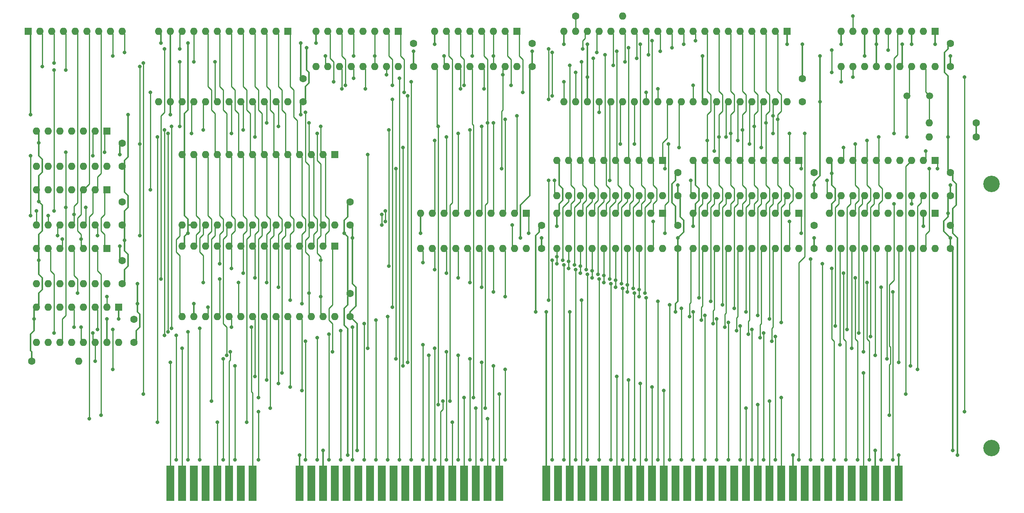
<source format=gbr>
G04 #@! TF.GenerationSoftware,KiCad,Pcbnew,(5.1.8)-1*
G04 #@! TF.CreationDate,2021-12-28T18:56:34-07:00*
G04 #@! TF.ProjectId,8086,38303836-2e6b-4696-9361-645f70636258,rev?*
G04 #@! TF.SameCoordinates,Original*
G04 #@! TF.FileFunction,Copper,L2,Bot*
G04 #@! TF.FilePolarity,Positive*
%FSLAX46Y46*%
G04 Gerber Fmt 4.6, Leading zero omitted, Abs format (unit mm)*
G04 Created by KiCad (PCBNEW (5.1.8)-1) date 2021-12-28 18:56:34*
%MOMM*%
%LPD*%
G01*
G04 APERTURE LIST*
G04 #@! TA.AperFunction,ComponentPad*
%ADD10O,1.600000X1.600000*%
G04 #@! TD*
G04 #@! TA.AperFunction,ComponentPad*
%ADD11R,1.600000X1.600000*%
G04 #@! TD*
G04 #@! TA.AperFunction,ComponentPad*
%ADD12C,1.600000*%
G04 #@! TD*
G04 #@! TA.AperFunction,ConnectorPad*
%ADD13R,1.780000X7.620000*%
G04 #@! TD*
G04 #@! TA.AperFunction,ComponentPad*
%ADD14C,1.500000*%
G04 #@! TD*
G04 #@! TA.AperFunction,ComponentPad*
%ADD15C,3.556000*%
G04 #@! TD*
G04 #@! TA.AperFunction,ViaPad*
%ADD16C,0.800000*%
G04 #@! TD*
G04 #@! TA.AperFunction,Conductor*
%ADD17C,0.330200*%
G04 #@! TD*
G04 #@! TA.AperFunction,Conductor*
%ADD18C,0.250000*%
G04 #@! TD*
G04 APERTURE END LIST*
D10*
G04 #@! TO.P,RN1,9*
G04 #@! TO.N,/PU_257*
X54602380Y-37058600D03*
G04 #@! TO.P,RN1,8*
G04 #@! TO.N,/PU257*
X52062380Y-37058600D03*
G04 #@! TO.P,RN1,7*
G04 #@! TO.N,/IOCS16*
X49522380Y-37058600D03*
G04 #@! TO.P,RN1,6*
G04 #@! TO.N,/CS16*
X46982380Y-37058600D03*
G04 #@! TO.P,RN1,5*
G04 #@! TO.N,/DEN_NOT_NORMAL*
X44442380Y-37058600D03*
G04 #@! TO.P,RN1,4*
G04 #@! TO.N,/DEN_NORMAL*
X41902380Y-37058600D03*
G04 #@! TO.P,RN1,3*
G04 #@! TO.N,/MEMCS16*
X39362380Y-37058600D03*
G04 #@! TO.P,RN1,2*
G04 #@! TO.N,/DEN*
X36822380Y-37058600D03*
D11*
G04 #@! TO.P,RN1,1*
G04 #@! TO.N,/5+*
X34282380Y-37058600D03*
G04 #@! TD*
D10*
G04 #@! TO.P,U18,28*
G04 #@! TO.N,/5+*
X100576380Y-78968600D03*
G04 #@! TO.P,U18,14*
G04 #@! TO.N,/GND*
X67556380Y-63728600D03*
G04 #@! TO.P,U18,27*
G04 #@! TO.N,/A0*
X98036380Y-78968600D03*
G04 #@! TO.P,U18,13*
G04 #@! TO.N,/CAS1*
X70096380Y-63728600D03*
G04 #@! TO.P,U18,26*
G04 #@! TO.N,/INTA*
X95496380Y-78968600D03*
G04 #@! TO.P,U18,12*
G04 #@! TO.N,/CAS0*
X72636380Y-63728600D03*
G04 #@! TO.P,U18,25*
G04 #@! TO.N,/IRQ8*
X92956380Y-78968600D03*
G04 #@! TO.P,U18,11*
G04 #@! TO.N,/D0*
X75176380Y-63728600D03*
G04 #@! TO.P,U18,24*
G04 #@! TO.N,/IRQ9*
X90416380Y-78968600D03*
G04 #@! TO.P,U18,10*
G04 #@! TO.N,/D1*
X77716380Y-63728600D03*
G04 #@! TO.P,U18,23*
G04 #@! TO.N,/IRQ10*
X87876380Y-78968600D03*
G04 #@! TO.P,U18,9*
G04 #@! TO.N,/D2*
X80256380Y-63728600D03*
G04 #@! TO.P,U18,22*
G04 #@! TO.N,/IRQ11*
X85336380Y-78968600D03*
G04 #@! TO.P,U18,8*
G04 #@! TO.N,/D3*
X82796380Y-63728600D03*
G04 #@! TO.P,U18,21*
G04 #@! TO.N,/IRQ12*
X82796380Y-78968600D03*
G04 #@! TO.P,U18,7*
G04 #@! TO.N,/D4*
X85336380Y-63728600D03*
G04 #@! TO.P,U18,20*
G04 #@! TO.N,/IRQ13*
X80256380Y-78968600D03*
G04 #@! TO.P,U18,6*
G04 #@! TO.N,/D5*
X87876380Y-63728600D03*
G04 #@! TO.P,U18,19*
G04 #@! TO.N,/IRQ14*
X77716380Y-78968600D03*
G04 #@! TO.P,U18,5*
G04 #@! TO.N,/D6*
X90416380Y-63728600D03*
G04 #@! TO.P,U18,18*
G04 #@! TO.N,/IRQ15*
X75176380Y-78968600D03*
G04 #@! TO.P,U18,4*
G04 #@! TO.N,/D7*
X92956380Y-63728600D03*
G04 #@! TO.P,U18,17*
G04 #@! TO.N,/IRQ2*
X72636380Y-78968600D03*
G04 #@! TO.P,U18,3*
G04 #@! TO.N,/IORD*
X95496380Y-63728600D03*
G04 #@! TO.P,U18,16*
G04 #@! TO.N,/GND*
X70096380Y-78968600D03*
G04 #@! TO.P,U18,2*
G04 #@! TO.N,/IOWR*
X98036380Y-63728600D03*
G04 #@! TO.P,U18,15*
G04 #@! TO.N,/CAS2*
X67556380Y-78968600D03*
D11*
G04 #@! TO.P,U18,1*
G04 #@! TO.N,/IO_00AX*
X100576380Y-63728600D03*
G04 #@! TD*
D10*
G04 #@! TO.P,R10,2*
G04 #@! TO.N,/CS16_INTA*
X45204380Y-108432600D03*
D12*
G04 #@! TO.P,R10,1*
G04 #@! TO.N,/GND*
X35044380Y-108432600D03*
G04 #@! TD*
G04 #@! TO.P,C18,2*
G04 #@! TO.N,/5+*
X103878380Y-78968600D03*
G04 #@! TO.P,C18,1*
G04 #@! TO.N,/GND*
X103878380Y-73968600D03*
G04 #@! TD*
D13*
G04 #@! TO.P,J9,31*
G04 #@! TO.N,/GND*
X146296380Y-134848600D03*
G04 #@! TO.P,J9,30*
G04 #@! TO.N,/OSC88*
X148836380Y-134848600D03*
G04 #@! TO.P,J9,29*
G04 #@! TO.N,/5+*
X151376380Y-134848600D03*
G04 #@! TO.P,J9,28*
G04 #@! TO.N,/ALE*
X153916380Y-134848600D03*
G04 #@! TO.P,J9,27*
G04 #@! TO.N,/TC*
X156456380Y-134848600D03*
G04 #@! TO.P,J9,26*
G04 #@! TO.N,/DACK2*
X158996380Y-134848600D03*
G04 #@! TO.P,J9,25*
G04 #@! TO.N,/IRQ3*
X161536380Y-134848600D03*
G04 #@! TO.P,J9,24*
G04 #@! TO.N,/IRQ4*
X164076380Y-134848600D03*
G04 #@! TO.P,J9,23*
G04 #@! TO.N,/IRQ5*
X166616380Y-134848600D03*
G04 #@! TO.P,J9,22*
G04 #@! TO.N,/IRQ6*
X169156380Y-134848600D03*
G04 #@! TO.P,J9,21*
G04 #@! TO.N,/IRQ7*
X171696380Y-134848600D03*
G04 #@! TO.P,J9,20*
G04 #@! TO.N,/CLK88*
X174236380Y-134848600D03*
G04 #@! TO.P,J9,19*
G04 #@! TO.N,/REFRQ*
X176776380Y-134848600D03*
G04 #@! TO.P,J9,18*
G04 #@! TO.N,/DRQ1*
X179316380Y-134848600D03*
G04 #@! TO.P,J9,17*
G04 #@! TO.N,/DACK1*
X181856380Y-134848600D03*
G04 #@! TO.P,J9,16*
G04 #@! TO.N,/DRQ3*
X184396380Y-134848600D03*
G04 #@! TO.P,J9,15*
G04 #@! TO.N,/DACK3*
X186936380Y-134848600D03*
G04 #@! TO.P,J9,14*
G04 #@! TO.N,/IORD*
X189476380Y-134848600D03*
G04 #@! TO.P,J9,13*
G04 #@! TO.N,/IOWR*
X192016380Y-134848600D03*
G04 #@! TO.P,J9,12*
G04 #@! TO.N,/SMRD*
X194556380Y-134848600D03*
G04 #@! TO.P,J9,11*
G04 #@! TO.N,/SMWR*
X197096380Y-134848600D03*
G04 #@! TO.P,J9,10*
G04 #@! TO.N,/GND*
X199636380Y-134848600D03*
G04 #@! TO.P,J9,9*
G04 #@! TO.N,/12+*
X202176380Y-134848600D03*
G04 #@! TO.P,J9,8*
G04 #@! TO.N,/NC*
X204716380Y-134848600D03*
G04 #@! TO.P,J9,7*
G04 #@! TO.N,/12-*
X207256380Y-134848600D03*
G04 #@! TO.P,J9,6*
G04 #@! TO.N,/DRQ2*
X209796380Y-134848600D03*
G04 #@! TO.P,J9,5*
G04 #@! TO.N,/5-*
X212336380Y-134848600D03*
G04 #@! TO.P,J9,4*
G04 #@! TO.N,/IRQ9*
X214876380Y-134848600D03*
G04 #@! TO.P,J9,3*
G04 #@! TO.N,/5+*
X217416380Y-134848600D03*
G04 #@! TO.P,J9,2*
G04 #@! TO.N,/RESOUT*
X219956380Y-134848600D03*
G04 #@! TO.P,J9,1*
G04 #@! TO.N,/GND*
X222496380Y-134848600D03*
G04 #@! TD*
D10*
G04 #@! TO.P,R4,2*
G04 #@! TO.N,/X1*
X229100380Y-56870600D03*
D12*
G04 #@! TO.P,R4,1*
G04 #@! TO.N,/GND*
X239260380Y-56870600D03*
G04 #@! TD*
D10*
G04 #@! TO.P,R3,2*
G04 #@! TO.N,/X2*
X229100380Y-59918600D03*
D12*
G04 #@! TO.P,R3,1*
G04 #@! TO.N,/GND*
X239260380Y-59918600D03*
G04 #@! TD*
D10*
G04 #@! TO.P,R2,2*
G04 #@! TO.N,/CLK1*
X162806380Y-33756600D03*
D12*
G04 #@! TO.P,R2,1*
G04 #@! TO.N,/CLK_86*
X152646380Y-33756600D03*
G04 #@! TD*
D10*
G04 #@! TO.P,U2,20*
G04 #@! TO.N,/5+*
X171442380Y-72618600D03*
G04 #@! TO.P,U2,10*
G04 #@! TO.N,/GND*
X148582380Y-64998600D03*
G04 #@! TO.P,U2,19*
G04 #@! TO.N,/A7*
X168902380Y-72618600D03*
G04 #@! TO.P,U2,9*
G04 #@! TO.N,/AD0*
X151122380Y-64998600D03*
G04 #@! TO.P,U2,18*
G04 #@! TO.N,/A6*
X166362380Y-72618600D03*
G04 #@! TO.P,U2,8*
G04 #@! TO.N,/AD1*
X153662380Y-64998600D03*
G04 #@! TO.P,U2,17*
G04 #@! TO.N,/A5*
X163822380Y-72618600D03*
G04 #@! TO.P,U2,7*
G04 #@! TO.N,/AD2*
X156202380Y-64998600D03*
G04 #@! TO.P,U2,16*
G04 #@! TO.N,/A4*
X161282380Y-72618600D03*
G04 #@! TO.P,U2,6*
G04 #@! TO.N,/AD3*
X158742380Y-64998600D03*
G04 #@! TO.P,U2,15*
G04 #@! TO.N,/A3*
X158742380Y-72618600D03*
G04 #@! TO.P,U2,5*
G04 #@! TO.N,/AD4*
X161282380Y-64998600D03*
G04 #@! TO.P,U2,14*
G04 #@! TO.N,/A2*
X156202380Y-72618600D03*
G04 #@! TO.P,U2,4*
G04 #@! TO.N,/AD5*
X163822380Y-64998600D03*
G04 #@! TO.P,U2,13*
G04 #@! TO.N,/A1*
X153662380Y-72618600D03*
G04 #@! TO.P,U2,3*
G04 #@! TO.N,/AD6*
X166362380Y-64998600D03*
G04 #@! TO.P,U2,12*
G04 #@! TO.N,/A0*
X151122380Y-72618600D03*
G04 #@! TO.P,U2,2*
G04 #@! TO.N,/AD7*
X168902380Y-64998600D03*
G04 #@! TO.P,U2,11*
G04 #@! TO.N,/ALE*
X148582380Y-72618600D03*
D11*
G04 #@! TO.P,U2,1*
G04 #@! TO.N,/HOLDA*
X171442380Y-64998600D03*
G04 #@! TD*
D14*
G04 #@! TO.P,Y1,2*
G04 #@! TO.N,/X1*
X229174380Y-51028600D03*
G04 #@! TO.P,Y1,1*
G04 #@! TO.N,/X2*
X224274380Y-51028600D03*
G04 #@! TD*
D10*
G04 #@! TO.P,U17,14*
G04 #@! TO.N,/5+*
X51300380Y-66268600D03*
G04 #@! TO.P,U17,7*
G04 #@! TO.N,/GND*
X36060380Y-58648600D03*
G04 #@! TO.P,U17,13*
G04 #@! TO.N,N/C*
X48760380Y-66268600D03*
G04 #@! TO.P,U17,6*
X38600380Y-58648600D03*
G04 #@! TO.P,U17,12*
X46220380Y-66268600D03*
G04 #@! TO.P,U17,5*
X41140380Y-58648600D03*
G04 #@! TO.P,U17,11*
X43680380Y-66268600D03*
G04 #@! TO.P,U17,4*
X43680380Y-58648600D03*
G04 #@! TO.P,U17,10*
X41140380Y-66268600D03*
G04 #@! TO.P,U17,3*
X46220380Y-58648600D03*
G04 #@! TO.P,U17,9*
X38600380Y-66268600D03*
G04 #@! TO.P,U17,2*
G04 #@! TO.N,/ODD_ODD_EVEN__EVEN_245*
X48760380Y-58648600D03*
G04 #@! TO.P,U17,8*
G04 #@! TO.N,N/C*
X36060380Y-66268600D03*
D11*
G04 #@! TO.P,U17,1*
G04 #@! TO.N,/ODD_BYTE_EVEN_245*
X51300380Y-58648600D03*
G04 #@! TD*
D10*
G04 #@! TO.P,U16,16*
G04 #@! TO.N,/5+*
X53840380Y-104368600D03*
G04 #@! TO.P,U16,8*
G04 #@! TO.N,/GND*
X36060380Y-96748600D03*
G04 #@! TO.P,U16,15*
X51300380Y-104368600D03*
G04 #@! TO.P,U16,7*
G04 #@! TO.N,Net-(U16-Pad7)*
X38600380Y-96748600D03*
G04 #@! TO.P,U16,14*
G04 #@! TO.N,/CS16_INTA*
X48760380Y-104368600D03*
G04 #@! TO.P,U16,6*
G04 #@! TO.N,Net-(U16-Pad6)*
X41140380Y-96748600D03*
G04 #@! TO.P,U16,13*
G04 #@! TO.N,/ODD_8_BYTE*
X46220380Y-104368600D03*
G04 #@! TO.P,U16,5*
X43680380Y-96748600D03*
G04 #@! TO.P,U16,12*
G04 #@! TO.N,Net-(U16-Pad12)*
X43680380Y-104368600D03*
G04 #@! TO.P,U16,4*
G04 #@! TO.N,Net-(U16-Pad4)*
X46220380Y-96748600D03*
G04 #@! TO.P,U16,11*
G04 #@! TO.N,/ODD_BYTE_EVEN_245*
X41140380Y-104368600D03*
G04 #@! TO.P,U16,3*
G04 #@! TO.N,/BHE*
X48760380Y-96748600D03*
G04 #@! TO.P,U16,10*
G04 #@! TO.N,Net-(U16-Pad10)*
X38600380Y-104368600D03*
G04 #@! TO.P,U16,2*
G04 #@! TO.N,/A0*
X51300380Y-96748600D03*
G04 #@! TO.P,U16,9*
G04 #@! TO.N,Net-(U16-Pad9)*
X36060380Y-104368600D03*
D11*
G04 #@! TO.P,U16,1*
G04 #@! TO.N,/GND*
X53840380Y-96748600D03*
G04 #@! TD*
D10*
G04 #@! TO.P,U15,14*
G04 #@! TO.N,/5+*
X51300380Y-91668600D03*
G04 #@! TO.P,U15,7*
G04 #@! TO.N,/GND*
X36060380Y-84048600D03*
G04 #@! TO.P,U15,13*
G04 #@! TO.N,N/C*
X48760380Y-91668600D03*
G04 #@! TO.P,U15,6*
G04 #@! TO.N,/CS16_INTA*
X38600380Y-84048600D03*
G04 #@! TO.P,U15,12*
G04 #@! TO.N,N/C*
X46220380Y-91668600D03*
G04 #@! TO.P,U15,5*
G04 #@! TO.N,/CS16*
X41140380Y-84048600D03*
G04 #@! TO.P,U15,11*
G04 #@! TO.N,N/C*
X43680380Y-91668600D03*
G04 #@! TO.P,U15,4*
G04 #@! TO.N,/INTA*
X43680380Y-84048600D03*
G04 #@! TO.P,U15,10*
G04 #@! TO.N,N/C*
X41140380Y-91668600D03*
G04 #@! TO.P,U15,3*
G04 #@! TO.N,/CS16*
X46220380Y-84048600D03*
G04 #@! TO.P,U15,9*
G04 #@! TO.N,N/C*
X38600380Y-91668600D03*
G04 #@! TO.P,U15,2*
G04 #@! TO.N,/LACHED_MEMCS16*
X48760380Y-84048600D03*
G04 #@! TO.P,U15,8*
G04 #@! TO.N,N/C*
X36060380Y-91668600D03*
D11*
G04 #@! TO.P,U15,1*
G04 #@! TO.N,/IO_M*
X51300380Y-84048600D03*
G04 #@! TD*
D10*
G04 #@! TO.P,U14,20*
G04 #@! TO.N,/5+*
X200906380Y-72618600D03*
G04 #@! TO.P,U14,10*
G04 #@! TO.N,/GND*
X178046380Y-64998600D03*
G04 #@! TO.P,U14,19*
G04 #@! TO.N,/A15*
X198366380Y-72618600D03*
G04 #@! TO.P,U14,9*
G04 #@! TO.N,/AD8*
X180586380Y-64998600D03*
G04 #@! TO.P,U14,18*
G04 #@! TO.N,/A14*
X195826380Y-72618600D03*
G04 #@! TO.P,U14,8*
G04 #@! TO.N,/AD9*
X183126380Y-64998600D03*
G04 #@! TO.P,U14,17*
G04 #@! TO.N,/A13*
X193286380Y-72618600D03*
G04 #@! TO.P,U14,7*
G04 #@! TO.N,/AD10*
X185666380Y-64998600D03*
G04 #@! TO.P,U14,16*
G04 #@! TO.N,/A12*
X190746380Y-72618600D03*
G04 #@! TO.P,U14,6*
G04 #@! TO.N,/AD11*
X188206380Y-64998600D03*
G04 #@! TO.P,U14,15*
G04 #@! TO.N,/A11*
X188206380Y-72618600D03*
G04 #@! TO.P,U14,5*
G04 #@! TO.N,/AD12*
X190746380Y-64998600D03*
G04 #@! TO.P,U14,14*
G04 #@! TO.N,/A10*
X185666380Y-72618600D03*
G04 #@! TO.P,U14,4*
G04 #@! TO.N,/AD13*
X193286380Y-64998600D03*
G04 #@! TO.P,U14,13*
G04 #@! TO.N,/A9*
X183126380Y-72618600D03*
G04 #@! TO.P,U14,3*
G04 #@! TO.N,/AD14*
X195826380Y-64998600D03*
G04 #@! TO.P,U14,12*
G04 #@! TO.N,/A8*
X180586380Y-72618600D03*
G04 #@! TO.P,U14,2*
G04 #@! TO.N,/AD15*
X198366380Y-64998600D03*
G04 #@! TO.P,U14,11*
G04 #@! TO.N,/ALE*
X178046380Y-72618600D03*
D11*
G04 #@! TO.P,U14,1*
G04 #@! TO.N,/HOLDA*
X200906380Y-64998600D03*
G04 #@! TD*
D10*
G04 #@! TO.P,U13,14*
G04 #@! TO.N,/5+*
X51300380Y-78968600D03*
G04 #@! TO.P,U13,7*
G04 #@! TO.N,/GND*
X36060380Y-71348600D03*
G04 #@! TO.P,U13,13*
G04 #@! TO.N,/DEN*
X48760380Y-78968600D03*
G04 #@! TO.P,U13,6*
G04 #@! TO.N,N/C*
X38600380Y-71348600D03*
G04 #@! TO.P,U13,12*
G04 #@! TO.N,/ODD_BYTE_EVEN_245*
X46220380Y-78968600D03*
G04 #@! TO.P,U13,5*
G04 #@! TO.N,N/C*
X41140380Y-71348600D03*
G04 #@! TO.P,U13,11*
G04 #@! TO.N,/DEN_NOT_NORMAL*
X43680380Y-78968600D03*
G04 #@! TO.P,U13,4*
G04 #@! TO.N,N/C*
X43680380Y-71348600D03*
G04 #@! TO.P,U13,10*
G04 #@! TO.N,/DEN*
X41140380Y-78968600D03*
G04 #@! TO.P,U13,3*
G04 #@! TO.N,/CS16*
X46220380Y-71348600D03*
G04 #@! TO.P,U13,9*
G04 #@! TO.N,/ODD_ODD_EVEN__EVEN_245*
X38600380Y-78968600D03*
G04 #@! TO.P,U13,2*
G04 #@! TO.N,/IOCS16*
X48760380Y-71348600D03*
G04 #@! TO.P,U13,8*
G04 #@! TO.N,/DEN_NORMAL*
X36060380Y-78968600D03*
D11*
G04 #@! TO.P,U13,1*
G04 #@! TO.N,/IO_M*
X51300380Y-71348600D03*
G04 #@! TD*
D10*
G04 #@! TO.P,U12,20*
G04 #@! TO.N,/5+*
X230370380Y-84048600D03*
G04 #@! TO.P,U12,10*
G04 #@! TO.N,/GND*
X207510380Y-76428600D03*
G04 #@! TO.P,U12,19*
G04 #@! TO.N,/HOLDA*
X227830380Y-84048600D03*
G04 #@! TO.P,U12,9*
G04 #@! TO.N,/GND*
X210050380Y-76428600D03*
G04 #@! TO.P,U12,18*
G04 #@! TO.N,/LA23*
X225290380Y-84048600D03*
G04 #@! TO.P,U12,8*
G04 #@! TO.N,/A17_*
X212590380Y-76428600D03*
G04 #@! TO.P,U12,17*
G04 #@! TO.N,/LA22*
X222750380Y-84048600D03*
G04 #@! TO.P,U12,7*
G04 #@! TO.N,/A18_*
X215130380Y-76428600D03*
G04 #@! TO.P,U12,16*
G04 #@! TO.N,/LA21*
X220210380Y-84048600D03*
G04 #@! TO.P,U12,6*
G04 #@! TO.N,/A19_*
X217670380Y-76428600D03*
G04 #@! TO.P,U12,15*
G04 #@! TO.N,/LA20*
X217670380Y-84048600D03*
G04 #@! TO.P,U12,5*
G04 #@! TO.N,/GND*
X220210380Y-76428600D03*
G04 #@! TO.P,U12,14*
G04 #@! TO.N,/LA19*
X215130380Y-84048600D03*
G04 #@! TO.P,U12,4*
G04 #@! TO.N,/GND*
X222750380Y-76428600D03*
G04 #@! TO.P,U12,13*
G04 #@! TO.N,/LA18*
X212590380Y-84048600D03*
G04 #@! TO.P,U12,3*
G04 #@! TO.N,/GND*
X225290380Y-76428600D03*
G04 #@! TO.P,U12,12*
G04 #@! TO.N,/LA17*
X210050380Y-84048600D03*
G04 #@! TO.P,U12,2*
G04 #@! TO.N,/GND*
X227830380Y-76428600D03*
G04 #@! TO.P,U12,11*
G04 #@! TO.N,Net-(U12-Pad11)*
X207510380Y-84048600D03*
D11*
G04 #@! TO.P,U12,1*
G04 #@! TO.N,/5+*
X230370380Y-76428600D03*
G04 #@! TD*
D10*
G04 #@! TO.P,U11,20*
G04 #@! TO.N,/5+*
X200906380Y-84048600D03*
G04 #@! TO.P,U11,10*
G04 #@! TO.N,/GND*
X178046380Y-76428600D03*
G04 #@! TO.P,U11,19*
G04 #@! TO.N,/DEN_NORMAL*
X198366380Y-84048600D03*
G04 #@! TO.P,U11,9*
G04 #@! TO.N,/AD8*
X180586380Y-76428600D03*
G04 #@! TO.P,U11,18*
G04 #@! TO.N,/D15*
X195826380Y-84048600D03*
G04 #@! TO.P,U11,8*
G04 #@! TO.N,/AD9*
X183126380Y-76428600D03*
G04 #@! TO.P,U11,17*
G04 #@! TO.N,/D14*
X193286380Y-84048600D03*
G04 #@! TO.P,U11,7*
G04 #@! TO.N,/AD10*
X185666380Y-76428600D03*
G04 #@! TO.P,U11,16*
G04 #@! TO.N,/D13*
X190746380Y-84048600D03*
G04 #@! TO.P,U11,6*
G04 #@! TO.N,/AD11*
X188206380Y-76428600D03*
G04 #@! TO.P,U11,15*
G04 #@! TO.N,/D12*
X188206380Y-84048600D03*
G04 #@! TO.P,U11,5*
G04 #@! TO.N,/AD12*
X190746380Y-76428600D03*
G04 #@! TO.P,U11,14*
G04 #@! TO.N,/D11*
X185666380Y-84048600D03*
G04 #@! TO.P,U11,4*
G04 #@! TO.N,/AD13*
X193286380Y-76428600D03*
G04 #@! TO.P,U11,13*
G04 #@! TO.N,/D10*
X183126380Y-84048600D03*
G04 #@! TO.P,U11,3*
G04 #@! TO.N,/AD14*
X195826380Y-76428600D03*
G04 #@! TO.P,U11,12*
G04 #@! TO.N,/D9*
X180586380Y-84048600D03*
G04 #@! TO.P,U11,2*
G04 #@! TO.N,/AD15*
X198366380Y-76428600D03*
G04 #@! TO.P,U11,11*
G04 #@! TO.N,/D8*
X178046380Y-84048600D03*
D11*
G04 #@! TO.P,U11,1*
G04 #@! TO.N,/DTR*
X200906380Y-76428600D03*
G04 #@! TD*
D10*
G04 #@! TO.P,U10,16*
G04 #@! TO.N,/5+*
X114292380Y-44678600D03*
G04 #@! TO.P,U10,8*
G04 #@! TO.N,/GND*
X96512380Y-37058600D03*
G04 #@! TO.P,U10,15*
G04 #@! TO.N,/HOLDA*
X111752380Y-44678600D03*
G04 #@! TO.P,U10,7*
G04 #@! TO.N,/MEMR*
X99052380Y-37058600D03*
G04 #@! TO.P,U10,14*
G04 #@! TO.N,/PU257*
X109212380Y-44678600D03*
G04 #@! TO.P,U10,6*
G04 #@! TO.N,/RD*
X101592380Y-37058600D03*
G04 #@! TO.P,U10,13*
G04 #@! TO.N,/WR*
X106672380Y-44678600D03*
G04 #@! TO.P,U10,5*
G04 #@! TO.N,/PU257*
X104132380Y-37058600D03*
G04 #@! TO.P,U10,12*
G04 #@! TO.N,/MEMW*
X104132380Y-44678600D03*
G04 #@! TO.P,U10,4*
G04 #@! TO.N,Net-(U10-Pad4)*
X106672380Y-37058600D03*
G04 #@! TO.P,U10,11*
G04 #@! TO.N,/WR*
X101592380Y-44678600D03*
G04 #@! TO.P,U10,3*
G04 #@! TO.N,/PU257*
X109212380Y-37058600D03*
G04 #@! TO.P,U10,10*
X99052380Y-44678600D03*
G04 #@! TO.P,U10,2*
G04 #@! TO.N,/RD*
X111752380Y-37058600D03*
G04 #@! TO.P,U10,9*
G04 #@! TO.N,Net-(U10-Pad9)*
X96512380Y-44678600D03*
D11*
G04 #@! TO.P,U10,1*
G04 #@! TO.N,/IO_M*
X114292380Y-37058600D03*
G04 #@! TD*
D10*
G04 #@! TO.P,U9,20*
G04 #@! TO.N,/5+*
X141978380Y-84048600D03*
G04 #@! TO.P,U9,10*
G04 #@! TO.N,/GND*
X119118380Y-76428600D03*
G04 #@! TO.P,U9,19*
G04 #@! TO.N,/DEN_NOT_NORMAL*
X139438380Y-84048600D03*
G04 #@! TO.P,U9,9*
G04 #@! TO.N,/AD8*
X121658380Y-76428600D03*
G04 #@! TO.P,U9,18*
G04 #@! TO.N,/D7*
X136898380Y-84048600D03*
G04 #@! TO.P,U9,8*
G04 #@! TO.N,/AD9*
X124198380Y-76428600D03*
G04 #@! TO.P,U9,17*
G04 #@! TO.N,/D6*
X134358380Y-84048600D03*
G04 #@! TO.P,U9,7*
G04 #@! TO.N,/AD10*
X126738380Y-76428600D03*
G04 #@! TO.P,U9,16*
G04 #@! TO.N,/D5*
X131818380Y-84048600D03*
G04 #@! TO.P,U9,6*
G04 #@! TO.N,/AD11*
X129278380Y-76428600D03*
G04 #@! TO.P,U9,15*
G04 #@! TO.N,/D4*
X129278380Y-84048600D03*
G04 #@! TO.P,U9,5*
G04 #@! TO.N,/AD12*
X131818380Y-76428600D03*
G04 #@! TO.P,U9,14*
G04 #@! TO.N,/D3*
X126738380Y-84048600D03*
G04 #@! TO.P,U9,4*
G04 #@! TO.N,/AD13*
X134358380Y-76428600D03*
G04 #@! TO.P,U9,13*
G04 #@! TO.N,/D2*
X124198380Y-84048600D03*
G04 #@! TO.P,U9,3*
G04 #@! TO.N,/AD14*
X136898380Y-76428600D03*
G04 #@! TO.P,U9,12*
G04 #@! TO.N,/D1*
X121658380Y-84048600D03*
G04 #@! TO.P,U9,2*
G04 #@! TO.N,/AD15*
X139438380Y-76428600D03*
G04 #@! TO.P,U9,11*
G04 #@! TO.N,/D0*
X119118380Y-84048600D03*
D11*
G04 #@! TO.P,U9,1*
G04 #@! TO.N,/DTR*
X141978380Y-76428600D03*
G04 #@! TD*
D10*
G04 #@! TO.P,U8,16*
G04 #@! TO.N,/5+*
X139946380Y-44678600D03*
G04 #@! TO.P,U8,8*
G04 #@! TO.N,/GND*
X122166380Y-37058600D03*
G04 #@! TO.P,U8,15*
G04 #@! TO.N,/HOLDA*
X137406380Y-44678600D03*
G04 #@! TO.P,U8,7*
G04 #@! TO.N,/SMRD*
X124706380Y-37058600D03*
G04 #@! TO.P,U8,14*
G04 #@! TO.N,/PU_257*
X134866380Y-44678600D03*
G04 #@! TO.P,U8,6*
G04 #@! TO.N,/RD*
X127246380Y-37058600D03*
G04 #@! TO.P,U8,13*
G04 #@! TO.N,/WR*
X132326380Y-44678600D03*
G04 #@! TO.P,U8,5*
G04 #@! TO.N,/PU_257*
X129786380Y-37058600D03*
G04 #@! TO.P,U8,12*
G04 #@! TO.N,/SMWR*
X129786380Y-44678600D03*
G04 #@! TO.P,U8,4*
G04 #@! TO.N,/IORD*
X132326380Y-37058600D03*
G04 #@! TO.P,U8,11*
G04 #@! TO.N,/WR*
X127246380Y-44678600D03*
G04 #@! TO.P,U8,3*
G04 #@! TO.N,/PU_257*
X134866380Y-37058600D03*
G04 #@! TO.P,U8,10*
X124706380Y-44678600D03*
G04 #@! TO.P,U8,2*
G04 #@! TO.N,/RD*
X137406380Y-37058600D03*
G04 #@! TO.P,U8,9*
G04 #@! TO.N,/IOWR*
X122166380Y-44678600D03*
D11*
G04 #@! TO.P,U8,1*
G04 #@! TO.N,/IO_M*
X139946380Y-37058600D03*
G04 #@! TD*
D10*
G04 #@! TO.P,U7,24*
G04 #@! TO.N,/5+*
X90416380Y-52298600D03*
G04 #@! TO.P,U7,12*
G04 #@! TO.N,/GND*
X62476380Y-37058600D03*
G04 #@! TO.P,U7,23*
G04 #@! TO.N,/IOWR*
X87876380Y-52298600D03*
G04 #@! TO.P,U7,11*
G04 #@! TO.N,/5+*
X65016380Y-37058600D03*
G04 #@! TO.P,U7,22*
G04 #@! TO.N,/IORD*
X85336380Y-52298600D03*
G04 #@! TO.P,U7,10*
G04 #@! TO.N,/IRQ0*
X67556380Y-37058600D03*
G04 #@! TO.P,U7,21*
G04 #@! TO.N,/IO_004X*
X82796380Y-52298600D03*
G04 #@! TO.P,U7,9*
G04 #@! TO.N,/HF_PCLK*
X70096380Y-37058600D03*
G04 #@! TO.P,U7,20*
G04 #@! TO.N,/A1*
X80256380Y-52298600D03*
G04 #@! TO.P,U7,8*
G04 #@! TO.N,/D0*
X72636380Y-37058600D03*
G04 #@! TO.P,U7,19*
G04 #@! TO.N,/A0*
X77716380Y-52298600D03*
G04 #@! TO.P,U7,7*
G04 #@! TO.N,/D1*
X75176380Y-37058600D03*
G04 #@! TO.P,U7,18*
G04 #@! TO.N,/HF_PCLK*
X75176380Y-52298600D03*
G04 #@! TO.P,U7,6*
G04 #@! TO.N,/D2*
X77716380Y-37058600D03*
G04 #@! TO.P,U7,17*
G04 #@! TO.N,/SPK_OUT*
X72636380Y-52298600D03*
G04 #@! TO.P,U7,5*
G04 #@! TO.N,/D3*
X80256380Y-37058600D03*
G04 #@! TO.P,U7,16*
G04 #@! TO.N,/SPK_GO*
X70096380Y-52298600D03*
G04 #@! TO.P,U7,4*
G04 #@! TO.N,/D4*
X82796380Y-37058600D03*
G04 #@! TO.P,U7,15*
G04 #@! TO.N,/HF_PCLK*
X67556380Y-52298600D03*
G04 #@! TO.P,U7,3*
G04 #@! TO.N,/D5*
X85336380Y-37058600D03*
G04 #@! TO.P,U7,14*
G04 #@! TO.N,/5+*
X65016380Y-52298600D03*
G04 #@! TO.P,U7,2*
G04 #@! TO.N,/D6*
X87876380Y-37058600D03*
G04 #@! TO.P,U7,13*
G04 #@! TO.N,Net-(U7-Pad13)*
X62476380Y-52298600D03*
D11*
G04 #@! TO.P,U7,1*
G04 #@! TO.N,/D7*
X90416380Y-37058600D03*
G04 #@! TD*
D10*
G04 #@! TO.P,U6,28*
G04 #@! TO.N,/5+*
X100576380Y-98780600D03*
G04 #@! TO.P,U6,14*
G04 #@! TO.N,/GND*
X67556380Y-83540600D03*
G04 #@! TO.P,U6,27*
G04 #@! TO.N,/A0*
X98036380Y-98780600D03*
G04 #@! TO.P,U6,13*
G04 #@! TO.N,/CAS1*
X70096380Y-83540600D03*
G04 #@! TO.P,U6,26*
G04 #@! TO.N,/INTA*
X95496380Y-98780600D03*
G04 #@! TO.P,U6,12*
G04 #@! TO.N,/CAS0*
X72636380Y-83540600D03*
G04 #@! TO.P,U6,25*
G04 #@! TO.N,/IRQ7*
X92956380Y-98780600D03*
G04 #@! TO.P,U6,11*
G04 #@! TO.N,/D0*
X75176380Y-83540600D03*
G04 #@! TO.P,U6,24*
G04 #@! TO.N,/IRQ6*
X90416380Y-98780600D03*
G04 #@! TO.P,U6,10*
G04 #@! TO.N,/D1*
X77716380Y-83540600D03*
G04 #@! TO.P,U6,23*
G04 #@! TO.N,/IRQ5*
X87876380Y-98780600D03*
G04 #@! TO.P,U6,9*
G04 #@! TO.N,/D2*
X80256380Y-83540600D03*
G04 #@! TO.P,U6,22*
G04 #@! TO.N,/IRQ4*
X85336380Y-98780600D03*
G04 #@! TO.P,U6,8*
G04 #@! TO.N,/D3*
X82796380Y-83540600D03*
G04 #@! TO.P,U6,21*
G04 #@! TO.N,/IRQ3*
X82796380Y-98780600D03*
G04 #@! TO.P,U6,7*
G04 #@! TO.N,/D4*
X85336380Y-83540600D03*
G04 #@! TO.P,U6,20*
G04 #@! TO.N,/IRQ2*
X80256380Y-98780600D03*
G04 #@! TO.P,U6,6*
G04 #@! TO.N,/D5*
X87876380Y-83540600D03*
G04 #@! TO.P,U6,19*
G04 #@! TO.N,/IRQ1*
X77716380Y-98780600D03*
G04 #@! TO.P,U6,5*
G04 #@! TO.N,/D6*
X90416380Y-83540600D03*
G04 #@! TO.P,U6,18*
G04 #@! TO.N,/IRQ0*
X75176380Y-98780600D03*
G04 #@! TO.P,U6,4*
G04 #@! TO.N,/D7*
X92956380Y-83540600D03*
G04 #@! TO.P,U6,17*
G04 #@! TO.N,/INTR*
X72636380Y-98780600D03*
G04 #@! TO.P,U6,3*
G04 #@! TO.N,/IORD*
X95496380Y-83540600D03*
G04 #@! TO.P,U6,16*
G04 #@! TO.N,/5+*
X70096380Y-98780600D03*
G04 #@! TO.P,U6,2*
G04 #@! TO.N,/IOWR*
X98036380Y-83540600D03*
G04 #@! TO.P,U6,15*
G04 #@! TO.N,/CAS2*
X67556380Y-98780600D03*
D11*
G04 #@! TO.P,U6,1*
G04 #@! TO.N,/IO_002X*
X100576380Y-83540600D03*
G04 #@! TD*
D10*
G04 #@! TO.P,U5,40*
G04 #@! TO.N,/5+*
X198366380Y-52298600D03*
G04 #@! TO.P,U5,20*
G04 #@! TO.N,/GND*
X150106380Y-37058600D03*
G04 #@! TO.P,U5,39*
G04 #@! TO.N,/AD15*
X195826380Y-52298600D03*
G04 #@! TO.P,U5,19*
G04 #@! TO.N,/CLK_86*
X152646380Y-37058600D03*
G04 #@! TO.P,U5,38*
G04 #@! TO.N,/A16_*
X193286380Y-52298600D03*
G04 #@! TO.P,U5,18*
G04 #@! TO.N,/INTR*
X155186380Y-37058600D03*
G04 #@! TO.P,U5,37*
G04 #@! TO.N,/A17_*
X190746380Y-52298600D03*
G04 #@! TO.P,U5,17*
G04 #@! TO.N,/NMI*
X157726380Y-37058600D03*
G04 #@! TO.P,U5,36*
G04 #@! TO.N,/A18_*
X188206380Y-52298600D03*
G04 #@! TO.P,U5,16*
G04 #@! TO.N,/AD0*
X160266380Y-37058600D03*
G04 #@! TO.P,U5,35*
G04 #@! TO.N,/A19_*
X185666380Y-52298600D03*
G04 #@! TO.P,U5,15*
G04 #@! TO.N,/AD1*
X162806380Y-37058600D03*
G04 #@! TO.P,U5,34*
G04 #@! TO.N,/BHE_*
X183126380Y-52298600D03*
G04 #@! TO.P,U5,14*
G04 #@! TO.N,/AD2*
X165346380Y-37058600D03*
G04 #@! TO.P,U5,33*
G04 #@! TO.N,/5+*
X180586380Y-52298600D03*
G04 #@! TO.P,U5,13*
G04 #@! TO.N,/AD3*
X167886380Y-37058600D03*
G04 #@! TO.P,U5,32*
G04 #@! TO.N,/RD*
X178046380Y-52298600D03*
G04 #@! TO.P,U5,12*
G04 #@! TO.N,/AD4*
X170426380Y-37058600D03*
G04 #@! TO.P,U5,31*
G04 #@! TO.N,/HOLD*
X175506380Y-52298600D03*
G04 #@! TO.P,U5,11*
G04 #@! TO.N,/AD5*
X172966380Y-37058600D03*
G04 #@! TO.P,U5,30*
G04 #@! TO.N,/HOLDA*
X172966380Y-52298600D03*
G04 #@! TO.P,U5,10*
G04 #@! TO.N,/AD6*
X175506380Y-37058600D03*
G04 #@! TO.P,U5,29*
G04 #@! TO.N,/WR*
X170426380Y-52298600D03*
G04 #@! TO.P,U5,9*
G04 #@! TO.N,/AD7*
X178046380Y-37058600D03*
G04 #@! TO.P,U5,28*
G04 #@! TO.N,/IO_M*
X167886380Y-52298600D03*
G04 #@! TO.P,U5,8*
G04 #@! TO.N,/AD8*
X180586380Y-37058600D03*
G04 #@! TO.P,U5,27*
G04 #@! TO.N,/DTR*
X165346380Y-52298600D03*
G04 #@! TO.P,U5,7*
G04 #@! TO.N,/AD9*
X183126380Y-37058600D03*
G04 #@! TO.P,U5,26*
G04 #@! TO.N,/DEN*
X162806380Y-52298600D03*
G04 #@! TO.P,U5,6*
G04 #@! TO.N,/AD10*
X185666380Y-37058600D03*
G04 #@! TO.P,U5,25*
G04 #@! TO.N,/ALE*
X160266380Y-52298600D03*
G04 #@! TO.P,U5,5*
G04 #@! TO.N,/AD11*
X188206380Y-37058600D03*
G04 #@! TO.P,U5,24*
G04 #@! TO.N,/INTA*
X157726380Y-52298600D03*
G04 #@! TO.P,U5,4*
G04 #@! TO.N,/AD12*
X190746380Y-37058600D03*
G04 #@! TO.P,U5,23*
G04 #@! TO.N,/GND*
X155186380Y-52298600D03*
G04 #@! TO.P,U5,3*
G04 #@! TO.N,/AD13*
X193286380Y-37058600D03*
G04 #@! TO.P,U5,22*
G04 #@! TO.N,/READY1*
X152646380Y-52298600D03*
G04 #@! TO.P,U5,2*
G04 #@! TO.N,/AD14*
X195826380Y-37058600D03*
G04 #@! TO.P,U5,21*
G04 #@! TO.N,/RESET1*
X150106380Y-52298600D03*
D11*
G04 #@! TO.P,U5,1*
G04 #@! TO.N,/GND*
X198366380Y-37058600D03*
G04 #@! TD*
D10*
G04 #@! TO.P,U4,20*
G04 #@! TO.N,/5+*
X171442380Y-84048600D03*
G04 #@! TO.P,U4,10*
G04 #@! TO.N,/GND*
X148582380Y-76428600D03*
G04 #@! TO.P,U4,19*
G04 #@! TO.N,/DEN_NORMAL*
X168902380Y-84048600D03*
G04 #@! TO.P,U4,9*
G04 #@! TO.N,/AD0*
X151122380Y-76428600D03*
G04 #@! TO.P,U4,18*
G04 #@! TO.N,/D7*
X166362380Y-84048600D03*
G04 #@! TO.P,U4,8*
G04 #@! TO.N,/AD1*
X153662380Y-76428600D03*
G04 #@! TO.P,U4,17*
G04 #@! TO.N,/D6*
X163822380Y-84048600D03*
G04 #@! TO.P,U4,7*
G04 #@! TO.N,/AD2*
X156202380Y-76428600D03*
G04 #@! TO.P,U4,16*
G04 #@! TO.N,/D5*
X161282380Y-84048600D03*
G04 #@! TO.P,U4,6*
G04 #@! TO.N,/AD3*
X158742380Y-76428600D03*
G04 #@! TO.P,U4,15*
G04 #@! TO.N,/D4*
X158742380Y-84048600D03*
G04 #@! TO.P,U4,5*
G04 #@! TO.N,/AD4*
X161282380Y-76428600D03*
G04 #@! TO.P,U4,14*
G04 #@! TO.N,/D3*
X156202380Y-84048600D03*
G04 #@! TO.P,U4,4*
G04 #@! TO.N,/AD5*
X163822380Y-76428600D03*
G04 #@! TO.P,U4,13*
G04 #@! TO.N,/D2*
X153662380Y-84048600D03*
G04 #@! TO.P,U4,3*
G04 #@! TO.N,/AD6*
X166362380Y-76428600D03*
G04 #@! TO.P,U4,12*
G04 #@! TO.N,/D1*
X151122380Y-84048600D03*
G04 #@! TO.P,U4,2*
G04 #@! TO.N,/AD7*
X168902380Y-76428600D03*
G04 #@! TO.P,U4,11*
G04 #@! TO.N,/D0*
X148582380Y-84048600D03*
D11*
G04 #@! TO.P,U4,1*
G04 #@! TO.N,/DTR*
X171442380Y-76428600D03*
G04 #@! TD*
D10*
G04 #@! TO.P,U3,20*
G04 #@! TO.N,/5+*
X230370380Y-72618600D03*
G04 #@! TO.P,U3,10*
G04 #@! TO.N,/GND*
X207510380Y-64998600D03*
G04 #@! TO.P,U3,19*
G04 #@! TO.N,/BHE*
X227830380Y-72618600D03*
G04 #@! TO.P,U3,9*
G04 #@! TO.N,/A16_*
X210050380Y-64998600D03*
G04 #@! TO.P,U3,18*
G04 #@! TO.N,/LACHED_MEMCS16*
X225290380Y-72618600D03*
G04 #@! TO.P,U3,8*
G04 #@! TO.N,/A17_*
X212590380Y-64998600D03*
G04 #@! TO.P,U3,17*
G04 #@! TO.N,Net-(U3-Pad17)*
X222750380Y-72618600D03*
G04 #@! TO.P,U3,7*
G04 #@! TO.N,/A18_*
X215130380Y-64998600D03*
G04 #@! TO.P,U3,16*
G04 #@! TO.N,Net-(U3-Pad16)*
X220210380Y-72618600D03*
G04 #@! TO.P,U3,6*
G04 #@! TO.N,/A19_*
X217670380Y-64998600D03*
G04 #@! TO.P,U3,15*
G04 #@! TO.N,/A19*
X217670380Y-72618600D03*
G04 #@! TO.P,U3,5*
G04 #@! TO.N,Net-(U3-Pad5)*
X220210380Y-64998600D03*
G04 #@! TO.P,U3,14*
G04 #@! TO.N,/A18*
X215130380Y-72618600D03*
G04 #@! TO.P,U3,4*
G04 #@! TO.N,Net-(U3-Pad4)*
X222750380Y-64998600D03*
G04 #@! TO.P,U3,13*
G04 #@! TO.N,/A17*
X212590380Y-72618600D03*
G04 #@! TO.P,U3,3*
G04 #@! TO.N,/MEMCS16*
X225290380Y-64998600D03*
G04 #@! TO.P,U3,12*
G04 #@! TO.N,/A16*
X210050380Y-72618600D03*
G04 #@! TO.P,U3,2*
G04 #@! TO.N,/BHE_*
X227830380Y-64998600D03*
G04 #@! TO.P,U3,11*
G04 #@! TO.N,/ALE*
X207510380Y-72618600D03*
D11*
G04 #@! TO.P,U3,1*
G04 #@! TO.N,/HOLDA*
X230370380Y-64998600D03*
G04 #@! TD*
D10*
G04 #@! TO.P,U1,18*
G04 #@! TO.N,/5+*
X230370380Y-44678600D03*
G04 #@! TO.P,U1,9*
G04 #@! TO.N,/GND*
X210050380Y-37058600D03*
G04 #@! TO.P,U1,17*
G04 #@! TO.N,/X1*
X227830380Y-44678600D03*
G04 #@! TO.P,U1,8*
G04 #@! TO.N,/CLK1*
X212590380Y-37058600D03*
G04 #@! TO.P,U1,16*
G04 #@! TO.N,/X2*
X225290380Y-44678600D03*
G04 #@! TO.P,U1,7*
G04 #@! TO.N,/5+*
X215130380Y-37058600D03*
G04 #@! TO.P,U1,15*
G04 #@! TO.N,/GND*
X222750380Y-44678600D03*
G04 #@! TO.P,U1,6*
X217670380Y-37058600D03*
G04 #@! TO.P,U1,14*
G04 #@! TO.N,Net-(U1-Pad14)*
X220210380Y-44678600D03*
G04 #@! TO.P,U1,5*
G04 #@! TO.N,/READY1*
X220210380Y-37058600D03*
G04 #@! TO.P,U1,13*
G04 #@! TO.N,/GND*
X217670380Y-44678600D03*
G04 #@! TO.P,U1,4*
G04 #@! TO.N,/RDY1*
X222750380Y-37058600D03*
G04 #@! TO.P,U1,12*
G04 #@! TO.N,Net-(U1-Pad12)*
X215130380Y-44678600D03*
G04 #@! TO.P,U1,3*
G04 #@! TO.N,/GND*
X225290380Y-37058600D03*
G04 #@! TO.P,U1,11*
G04 #@! TO.N,/RESET*
X212590380Y-44678600D03*
G04 #@! TO.P,U1,2*
G04 #@! TO.N,Net-(U1-Pad2)*
X227830380Y-37058600D03*
G04 #@! TO.P,U1,10*
G04 #@! TO.N,/RESET1*
X210050380Y-44678600D03*
D11*
G04 #@! TO.P,U1,1*
G04 #@! TO.N,/GND*
X230370380Y-37058600D03*
G04 #@! TD*
D12*
G04 #@! TO.P,C17,2*
G04 #@! TO.N,/5+*
X233672380Y-44678600D03*
G04 #@! TO.P,C17,1*
G04 #@! TO.N,/GND*
X233672380Y-39678600D03*
G04 #@! TD*
G04 #@! TO.P,C16,2*
G04 #@! TO.N,/5+*
X233672380Y-84048600D03*
G04 #@! TO.P,C16,1*
G04 #@! TO.N,/GND*
X233672380Y-79048600D03*
G04 #@! TD*
G04 #@! TO.P,C15,2*
G04 #@! TO.N,/5+*
X54602380Y-91668600D03*
G04 #@! TO.P,C15,1*
G04 #@! TO.N,/GND*
X54602380Y-86668600D03*
G04 #@! TD*
G04 #@! TO.P,C14,2*
G04 #@! TO.N,/5+*
X54602380Y-78968600D03*
G04 #@! TO.P,C14,1*
G04 #@! TO.N,/GND*
X54602380Y-73968600D03*
G04 #@! TD*
G04 #@! TO.P,C13,2*
G04 #@! TO.N,/5+*
X143248380Y-44678600D03*
G04 #@! TO.P,C13,1*
G04 #@! TO.N,/GND*
X143248380Y-39678600D03*
G04 #@! TD*
G04 #@! TO.P,C12,2*
G04 #@! TO.N,/5+*
X103878380Y-98780600D03*
G04 #@! TO.P,C12,1*
G04 #@! TO.N,/GND*
X103878380Y-93780600D03*
G04 #@! TD*
G04 #@! TO.P,C11,2*
G04 #@! TO.N,/5+*
X174744380Y-84048600D03*
G04 #@! TO.P,C11,1*
G04 #@! TO.N,/GND*
X174744380Y-79048600D03*
G04 #@! TD*
G04 #@! TO.P,C10,2*
G04 #@! TO.N,/5+*
X117594380Y-44678600D03*
G04 #@! TO.P,C10,1*
G04 #@! TO.N,/GND*
X117594380Y-39678600D03*
G04 #@! TD*
G04 #@! TO.P,C9,2*
G04 #@! TO.N,/5+*
X204208380Y-72618600D03*
G04 #@! TO.P,C9,1*
G04 #@! TO.N,/GND*
X204208380Y-67618600D03*
G04 #@! TD*
G04 #@! TO.P,C8,2*
G04 #@! TO.N,/5+*
X204208380Y-84048600D03*
G04 #@! TO.P,C8,1*
G04 #@! TO.N,/GND*
X204208380Y-79048600D03*
G04 #@! TD*
G04 #@! TO.P,C7,2*
G04 #@! TO.N,/5+*
X174744380Y-72618600D03*
G04 #@! TO.P,C7,1*
G04 #@! TO.N,/GND*
X174744380Y-67618600D03*
G04 #@! TD*
G04 #@! TO.P,C6,2*
G04 #@! TO.N,/5+*
X145280380Y-84048600D03*
G04 #@! TO.P,C6,1*
G04 #@! TO.N,/GND*
X145280380Y-79048600D03*
G04 #@! TD*
G04 #@! TO.P,C5,2*
G04 #@! TO.N,/5+*
X201668380Y-52298600D03*
G04 #@! TO.P,C5,1*
G04 #@! TO.N,/GND*
X201668380Y-47298600D03*
G04 #@! TD*
G04 #@! TO.P,C4,2*
G04 #@! TO.N,/5+*
X93718380Y-52298600D03*
G04 #@! TO.P,C4,1*
G04 #@! TO.N,/GND*
X93718380Y-47298600D03*
G04 #@! TD*
G04 #@! TO.P,C3,2*
G04 #@! TO.N,/5+*
X57142380Y-104368600D03*
G04 #@! TO.P,C3,1*
G04 #@! TO.N,/GND*
X57142380Y-99368600D03*
G04 #@! TD*
G04 #@! TO.P,C2,2*
G04 #@! TO.N,/5+*
X233672380Y-72618600D03*
G04 #@! TO.P,C2,1*
G04 #@! TO.N,/GND*
X233672380Y-67618600D03*
G04 #@! TD*
G04 #@! TO.P,C1,2*
G04 #@! TO.N,/5+*
X54602380Y-66268600D03*
G04 #@! TO.P,C1,1*
G04 #@! TO.N,/GND*
X54602380Y-61268600D03*
G04 #@! TD*
D13*
G04 #@! TO.P,J2,17*
G04 #@! TO.N,/MASTER*
X95496380Y-134848600D03*
G04 #@! TO.P,J2,16*
G04 #@! TO.N,/5+*
X98036380Y-134848600D03*
G04 #@! TO.P,J2,13*
G04 #@! TO.N,Net-(J2-Pad13)*
X105656380Y-134848600D03*
G04 #@! TO.P,J2,10*
G04 #@! TO.N,Net-(J2-Pad10)*
X113276380Y-134848600D03*
G04 #@! TO.P,J2,9*
G04 #@! TO.N,Net-(J2-Pad9)*
X115816380Y-134848600D03*
G04 #@! TO.P,J2,14*
G04 #@! TO.N,Net-(J2-Pad14)*
X103116380Y-134848600D03*
G04 #@! TO.P,J2,15*
G04 #@! TO.N,Net-(J2-Pad15)*
X100576380Y-134848600D03*
G04 #@! TO.P,J2,11*
G04 #@! TO.N,Net-(J2-Pad11)*
X110736380Y-134848600D03*
G04 #@! TO.P,J2,12*
G04 #@! TO.N,Net-(J2-Pad12)*
X108196380Y-134848600D03*
G04 #@! TO.P,J2,8*
G04 #@! TO.N,Net-(J2-Pad8)*
X118356380Y-134848600D03*
G04 #@! TO.P,J2,18*
G04 #@! TO.N,/GND*
X92956380Y-134848600D03*
G04 #@! TO.P,J2,7*
G04 #@! TO.N,/IRQ14*
X120896380Y-134848600D03*
G04 #@! TO.P,J2,6*
G04 #@! TO.N,/IRQ15*
X123436380Y-134848600D03*
G04 #@! TO.P,J2,5*
G04 #@! TO.N,/IRQ12*
X125976380Y-134848600D03*
G04 #@! TO.P,J2,4*
G04 #@! TO.N,/IRQ11*
X128516380Y-134848600D03*
G04 #@! TO.P,J2,3*
G04 #@! TO.N,/IRQ10*
X131056380Y-134848600D03*
G04 #@! TO.P,J2,2*
G04 #@! TO.N,/IOCS16*
X133596380Y-134848600D03*
G04 #@! TO.P,J2,1*
G04 #@! TO.N,/MEMCS16*
X136136380Y-134848600D03*
G04 #@! TD*
G04 #@! TO.P,J1,8*
G04 #@! TO.N,/NMI*
X65016380Y-134848600D03*
G04 #@! TO.P,J1,7*
G04 #@! TO.N,/IO_00AX*
X67556380Y-134848600D03*
G04 #@! TO.P,J1,6*
G04 #@! TO.N,/IO_008X*
X70096380Y-134848600D03*
G04 #@! TO.P,J1,5*
G04 #@! TO.N,/IO_006X*
X72636380Y-134848600D03*
G04 #@! TO.P,J1,4*
G04 #@! TO.N,/IO_004X*
X75176380Y-134848600D03*
G04 #@! TO.P,J1,3*
G04 #@! TO.N,/IO_002X*
X77716380Y-134848600D03*
G04 #@! TO.P,J1,2*
G04 #@! TO.N,/IO_000X*
X80256380Y-134848600D03*
G04 #@! TO.P,J1,1*
G04 #@! TO.N,/IRQ1*
X82796380Y-134848600D03*
G04 #@! TD*
D15*
G04 #@! TO.P,R,1*
G04 #@! TO.N,/GND*
X242562380Y-127228600D03*
G04 #@! TD*
G04 #@! TO.P,R,1*
G04 #@! TO.N,/GND*
X242562380Y-70078600D03*
G04 #@! TD*
D16*
G04 #@! TO.N,/5+*
X145280380Y-81762600D03*
X204208380Y-81762600D03*
X204208380Y-70332600D03*
X233672380Y-70332600D03*
X233672380Y-81762600D03*
X233672380Y-42392600D03*
X174744370Y-70332600D03*
X174744390Y-81762600D03*
X234180380Y-127736600D03*
X217416380Y-127736600D03*
X174236380Y-97764600D03*
X151376380Y-97764600D03*
X215130380Y-42392600D03*
X205478380Y-42392600D03*
X205478380Y-52298600D03*
X180078380Y-42392600D03*
X233164380Y-76428600D03*
X143248380Y-41376600D03*
X117594380Y-41376600D03*
X140708380Y-81762600D03*
X104386380Y-81762600D03*
X105402380Y-127736600D03*
X98036380Y-127736600D03*
X94480380Y-40614600D03*
X93210380Y-55092600D03*
X65016380Y-55092600D03*
X57904380Y-91668600D03*
X34790380Y-55092600D03*
X55872380Y-55092600D03*
X55110380Y-82270600D03*
X57904380Y-95986600D03*
X70096380Y-95986600D03*
G04 #@! TO.N,/GND*
X227830380Y-79222600D03*
X148582380Y-79222600D03*
X178046380Y-79222600D03*
X222496380Y-128752600D03*
X199636380Y-128752600D03*
X198366380Y-39852600D03*
X201668380Y-39852600D03*
X210050380Y-39852600D03*
X217670380Y-39852600D03*
X225290380Y-39852600D03*
X230370380Y-39852600D03*
X223258380Y-39852600D03*
X208018380Y-67792600D03*
X233164380Y-59918600D03*
X235196380Y-128752600D03*
X146296380Y-97764600D03*
X144010380Y-97764600D03*
X122166380Y-39852600D03*
X150106380Y-39852600D03*
X155186380Y-39852600D03*
X155186380Y-46964600D03*
X102608380Y-80746600D03*
X119118380Y-80746600D03*
X103370380Y-128752600D03*
X92956380Y-128752600D03*
X96512374Y-39598600D03*
X93210380Y-39598600D03*
X68826380Y-39598600D03*
X62984380Y-39598600D03*
X36568380Y-86588600D03*
X36568380Y-73888600D03*
X36568380Y-61188600D03*
X51300380Y-99288600D03*
X53840380Y-99288600D03*
X35552376Y-99288600D03*
X54094380Y-63728600D03*
X54094380Y-83540600D03*
X68826380Y-80746600D03*
G04 #@! TO.N,/IRQ2*
X79748380Y-91414600D03*
X72128380Y-91414600D03*
G04 #@! TO.N,/IRQ7*
X93464380Y-114782600D03*
X171696380Y-114782600D03*
G04 #@! TO.N,/IRQ6*
X90924380Y-114020600D03*
X169156380Y-114020600D03*
G04 #@! TO.N,/IRQ5*
X88384380Y-113258600D03*
X166616380Y-113258600D03*
G04 #@! TO.N,/IRQ4*
X85844380Y-112496600D03*
X164076380Y-112496600D03*
G04 #@! TO.N,/IRQ3*
X83304380Y-111734600D03*
X161536380Y-111734600D03*
G04 #@! TO.N,/ALE*
X177538380Y-69316600D03*
X148074380Y-69316600D03*
X207002380Y-69316600D03*
X160012380Y-69316600D03*
X153916380Y-95224600D03*
X146804380Y-95224600D03*
X146804380Y-69316600D03*
G04 #@! TO.N,/D7*
X166362380Y-92938600D03*
X221226380Y-129768600D03*
X221226380Y-93446600D03*
X137406380Y-94462600D03*
X166362380Y-94462600D03*
X93464380Y-95986600D03*
G04 #@! TO.N,/D6*
X163822380Y-91922600D03*
X218686380Y-129768600D03*
X218686380Y-92430600D03*
X134866380Y-93446600D03*
X163822380Y-93446600D03*
X90924380Y-95224600D03*
G04 #@! TO.N,/D5*
X161282380Y-90906600D03*
X216146380Y-129768600D03*
X215638380Y-91414600D03*
X132326380Y-92430600D03*
X161282380Y-92430600D03*
X88384380Y-92430600D03*
G04 #@! TO.N,/D4*
X158742380Y-89890600D03*
X213606380Y-129768600D03*
X213098380Y-90398600D03*
X129786380Y-91414600D03*
X158742380Y-91414600D03*
X85844380Y-91414600D03*
G04 #@! TO.N,/D3*
X156202380Y-88874600D03*
X211066380Y-129768600D03*
X210558380Y-89382600D03*
X127246380Y-90398600D03*
X156202380Y-90398600D03*
X83304380Y-90398600D03*
G04 #@! TO.N,/D2*
X153662380Y-87858600D03*
X208526380Y-129768600D03*
X208018380Y-88366600D03*
X124706380Y-89382600D03*
X153662380Y-89382600D03*
X80764380Y-89382600D03*
G04 #@! TO.N,/D1*
X151122380Y-86842600D03*
X205986380Y-129768600D03*
X205986380Y-87350600D03*
X151122380Y-88366600D03*
X78224380Y-88366600D03*
X122166380Y-88620600D03*
G04 #@! TO.N,/D0*
X148582380Y-85826600D03*
X203446380Y-129768600D03*
X203446380Y-86334600D03*
X148582380Y-87350600D03*
X75684380Y-87350600D03*
X119626377Y-87096597D03*
G04 #@! TO.N,/RDY1*
X200906380Y-129768600D03*
X202176380Y-59156600D03*
X221480380Y-59156600D03*
G04 #@! TO.N,/A19*
X195826380Y-129768600D03*
X195826380Y-103098600D03*
X216400380Y-103098600D03*
G04 #@! TO.N,/A18*
X193286380Y-129768600D03*
X193286380Y-102336600D03*
X213860380Y-102336600D03*
G04 #@! TO.N,/A17*
X190746380Y-129768600D03*
X190746380Y-101574600D03*
X211320380Y-101574600D03*
G04 #@! TO.N,/A16*
X188206380Y-129768600D03*
X188206380Y-100812600D03*
X208780380Y-100812600D03*
G04 #@! TO.N,/A15*
X185666380Y-129768600D03*
X185666380Y-100050600D03*
X197096380Y-100050600D03*
G04 #@! TO.N,/A14*
X183126380Y-129768600D03*
X183126380Y-99288600D03*
X194556380Y-99288600D03*
G04 #@! TO.N,/A13*
X180586380Y-129768600D03*
X180586380Y-98526600D03*
X192016380Y-98526600D03*
G04 #@! TO.N,/A12*
X178046380Y-129768600D03*
X178046380Y-97764600D03*
X189476380Y-97764600D03*
G04 #@! TO.N,/A11*
X175506380Y-129768600D03*
X175506380Y-97002600D03*
X186936380Y-97002600D03*
G04 #@! TO.N,/A10*
X172966380Y-129768600D03*
X172966380Y-96240600D03*
X184396380Y-96240600D03*
G04 #@! TO.N,/A9*
X170426380Y-129768600D03*
X170426380Y-95478600D03*
X181856380Y-95478600D03*
G04 #@! TO.N,/A8*
X167886380Y-129768600D03*
X167886380Y-94716600D03*
X179316380Y-94716600D03*
G04 #@! TO.N,/A7*
X165346380Y-129768600D03*
X167632380Y-93700600D03*
X165346380Y-93700600D03*
G04 #@! TO.N,/A6*
X162806380Y-129768600D03*
X165092380Y-92684600D03*
X162806380Y-92684596D03*
G04 #@! TO.N,/A5*
X160266380Y-129768600D03*
X162552380Y-91668600D03*
X160266380Y-91668592D03*
G04 #@! TO.N,/A4*
X157726380Y-129768600D03*
X160012380Y-90652600D03*
X157726380Y-90652590D03*
G04 #@! TO.N,/A3*
X155186380Y-129768600D03*
X157472380Y-89636600D03*
X155186380Y-89636600D03*
G04 #@! TO.N,/A2*
X152646380Y-129768600D03*
X154932380Y-88620600D03*
X152646348Y-88620600D03*
G04 #@! TO.N,/A1*
X150106380Y-129768600D03*
X152392380Y-87604600D03*
X150106374Y-87604600D03*
X80764380Y-58394600D03*
X112260380Y-58394600D03*
X112260380Y-87858600D03*
G04 #@! TO.N,/A0*
X147566380Y-129768600D03*
X149852380Y-86588600D03*
X147566380Y-86588600D03*
X97528380Y-86588600D03*
X78224380Y-59156600D03*
X96766380Y-59156600D03*
X97528380Y-94462600D03*
X51300380Y-94462600D03*
G04 #@! TO.N,/IOWR*
X192016380Y-117830600D03*
X122928380Y-117830600D03*
X122928380Y-57632600D03*
X88384380Y-57632600D03*
X97528380Y-57632600D03*
G04 #@! TO.N,/IORD*
X189476380Y-118592600D03*
X133088380Y-118592600D03*
X133596380Y-56870600D03*
X85844380Y-56870600D03*
X94988380Y-56870600D03*
G04 #@! TO.N,/AD0*
X160774380Y-44424600D03*
X151376380Y-44424600D03*
G04 #@! TO.N,/AD2*
X165854380Y-42900600D03*
X156456380Y-42900600D03*
G04 #@! TO.N,/AD4*
X170934380Y-41376600D03*
X161536380Y-41376600D03*
G04 #@! TO.N,/AD6*
X176014380Y-39852600D03*
X166616380Y-39852600D03*
G04 #@! TO.N,/AD1*
X163314380Y-43662600D03*
X153916380Y-43662600D03*
G04 #@! TO.N,/AD3*
X168394380Y-42138600D03*
X158996380Y-42138600D03*
G04 #@! TO.N,/AD5*
X173474380Y-40614600D03*
X164076380Y-40614600D03*
G04 #@! TO.N,/AD7*
X178554380Y-39090600D03*
X169156380Y-39090600D03*
G04 #@! TO.N,/A16_*
X192778380Y-62204600D03*
X210558380Y-62204600D03*
G04 #@! TO.N,/A18_*
X187698380Y-60680600D03*
X215638380Y-60680600D03*
G04 #@! TO.N,/A17_*
X190238380Y-61442600D03*
X213098380Y-61442600D03*
G04 #@! TO.N,/A19_*
X185158380Y-59918600D03*
X218178380Y-59918600D03*
G04 #@! TO.N,/SPK_OUT*
X66286380Y-129768600D03*
X66286380Y-102844600D03*
X63746380Y-102844600D03*
X72128380Y-58394600D03*
X63746380Y-58394600D03*
G04 #@! TO.N,/SPK_GO*
X68826380Y-129768600D03*
X68826380Y-102082600D03*
X64508380Y-102082600D03*
X64508380Y-59156600D03*
X69588380Y-59156600D03*
G04 #@! TO.N,/HF_PCLK*
X71366380Y-129768600D03*
X71366380Y-101320600D03*
X65270380Y-101320600D03*
X65270380Y-57632600D03*
X67048380Y-57632600D03*
X74668380Y-43662600D03*
X70096380Y-43662600D03*
X70096380Y-43662600D03*
X67048380Y-43662600D03*
G04 #@! TO.N,/HOLDA*
X171950380Y-66776600D03*
X201414380Y-66776600D03*
X230878380Y-66776600D03*
X229100380Y-66776600D03*
X76446380Y-129768600D03*
X136644380Y-66776600D03*
X111752380Y-46456600D03*
X136898380Y-46456600D03*
X113784380Y-66776600D03*
X113784380Y-107924600D03*
X76446380Y-107924600D03*
G04 #@! TO.N,/HOLD*
X78986380Y-129768600D03*
X174998380Y-62204600D03*
X78986380Y-109448600D03*
X115308380Y-62204600D03*
X115308380Y-109448600D03*
G04 #@! TO.N,/RESET*
X84066380Y-129768600D03*
X236720380Y-119354600D03*
X236720380Y-46964600D03*
X212590380Y-46964600D03*
X84066380Y-119354600D03*
G04 #@! TO.N,/NMI*
X157218380Y-41630600D03*
X147566380Y-41630600D03*
X147566380Y-51028600D03*
X116324380Y-51028600D03*
X116324380Y-108686600D03*
X65016380Y-108686600D03*
G04 #@! TO.N,/IO_004X*
X83304380Y-59918600D03*
X62222380Y-59918600D03*
X62222380Y-121640600D03*
X75176380Y-121640600D03*
G04 #@! TO.N,/IO_002X*
X100068380Y-106400600D03*
X77970380Y-106400600D03*
G04 #@! TO.N,/IRQ1*
X82542380Y-101066600D03*
X78224380Y-101066600D03*
G04 #@! TO.N,/DEN*
X162298380Y-61442600D03*
X58412380Y-61442600D03*
X58412380Y-81254600D03*
X49268380Y-81254600D03*
X40632380Y-81254600D03*
X58412380Y-44678600D03*
X37330380Y-44678600D03*
G04 #@! TO.N,/DTR*
X172712380Y-61442600D03*
X165346380Y-61442600D03*
X171950380Y-80746600D03*
X201414380Y-80746600D03*
X142486380Y-80746600D03*
G04 #@! TO.N,/X2*
X224274380Y-59918600D03*
G04 #@! TO.N,/CLK1*
X212590380Y-33756600D03*
G04 #@! TO.N,/READY1*
X152646380Y-45948600D03*
X220210380Y-41122600D03*
X208018380Y-41122600D03*
X208018380Y-45948600D03*
G04 #@! TO.N,/RESET1*
X150106380Y-47980600D03*
X210050380Y-47980600D03*
G04 #@! TO.N,/INTR*
X154170380Y-40868600D03*
X146804380Y-40868600D03*
X146804380Y-51790600D03*
X113022380Y-51790600D03*
X113022380Y-96748600D03*
X73144380Y-96748600D03*
G04 #@! TO.N,/RD*
X178046380Y-48742600D03*
X128516380Y-48742600D03*
X138676380Y-48742600D03*
X113022380Y-48742600D03*
X102862380Y-48742600D03*
G04 #@! TO.N,/WR*
X170426380Y-49504600D03*
X132834380Y-49504600D03*
X127754380Y-49504600D03*
X107180380Y-49504600D03*
X102100380Y-49504600D03*
G04 #@! TO.N,/IO_M*
X167886380Y-50266600D03*
X141216380Y-50266600D03*
X115562380Y-50266600D03*
X60698380Y-50266600D03*
X60698380Y-71348600D03*
G04 #@! TO.N,/INTA*
X157726380Y-54584600D03*
X94226380Y-54584600D03*
X94988380Y-93700600D03*
X44950380Y-93700600D03*
G04 #@! TO.N,/IRQ0*
X75684380Y-90652600D03*
X62984380Y-90652600D03*
X67048380Y-40868600D03*
X63746380Y-40868600D03*
G04 #@! TO.N,/BHE*
X137406380Y-129768600D03*
X137406380Y-110210600D03*
X226560380Y-110210600D03*
X49268380Y-101574600D03*
X52570380Y-101574600D03*
X52570380Y-110210600D03*
G04 #@! TO.N,/D12*
X101846380Y-129768600D03*
X187444380Y-101828600D03*
X101846380Y-101828600D03*
G04 #@! TO.N,/MEMR*
X117086380Y-129768600D03*
X117086380Y-47980600D03*
X100322380Y-47980600D03*
G04 #@! TO.N,/D10*
X106926380Y-129768600D03*
X182364380Y-100304600D03*
X106926380Y-100304600D03*
G04 #@! TO.N,/D13*
X99306380Y-129768600D03*
X189984380Y-102590600D03*
X99306380Y-102590600D03*
G04 #@! TO.N,/D11*
X104386380Y-129768600D03*
X184904380Y-101066600D03*
X104386380Y-101066600D03*
G04 #@! TO.N,/D14*
X96766380Y-129768600D03*
X192524380Y-103352600D03*
X96766380Y-103352600D03*
G04 #@! TO.N,/LA19*
X124706380Y-129768600D03*
X214876380Y-106400600D03*
X124706380Y-106400600D03*
G04 #@! TO.N,/D15*
X94226380Y-129768600D03*
X195064380Y-104114600D03*
X94226380Y-104114600D03*
G04 #@! TO.N,/LA17*
X119626380Y-129768600D03*
X209796380Y-104876600D03*
X119626380Y-104876600D03*
G04 #@! TO.N,/MEMW*
X114546380Y-129768600D03*
X114546380Y-47218600D03*
X104640380Y-47218600D03*
G04 #@! TO.N,/D9*
X109466380Y-129768600D03*
X179824380Y-99542600D03*
X109466380Y-99542600D03*
G04 #@! TO.N,/LA18*
X122166380Y-129768600D03*
X212336380Y-105638600D03*
X122166380Y-105638600D03*
G04 #@! TO.N,/D8*
X112006380Y-129768600D03*
X177284380Y-98780600D03*
X112006380Y-98780600D03*
G04 #@! TO.N,/IOCS16*
X133596380Y-120878600D03*
X47490380Y-120878600D03*
G04 #@! TO.N,/MEMCS16*
X136136380Y-115544600D03*
X224020380Y-115544600D03*
X59174380Y-115544600D03*
X59174380Y-43916600D03*
X39870380Y-43916600D03*
G04 #@! TO.N,/CS16*
X45712380Y-82016600D03*
X41648380Y-82016600D03*
G04 #@! TO.N,/BHE_*
X182618380Y-62966600D03*
X228338380Y-62966600D03*
G04 #@! TO.N,/DEN_NORMAL*
X169410380Y-78206600D03*
X198874380Y-78206600D03*
X111498380Y-78206600D03*
X111498380Y-75920600D03*
X39870380Y-75920600D03*
X39870380Y-45440600D03*
X42410380Y-45440600D03*
X36060380Y-75920600D03*
G04 #@! TO.N,/AD15*
X195318380Y-55346600D03*
X139946380Y-55346600D03*
X198874380Y-59156600D03*
X195318380Y-59156600D03*
G04 #@! TO.N,/AD8*
X181094380Y-60680600D03*
X122166380Y-60680600D03*
G04 #@! TO.N,/AD9*
X183634380Y-59918600D03*
X124706380Y-59918600D03*
G04 #@! TO.N,/AD10*
X186174380Y-59156600D03*
X127246380Y-59156600D03*
G04 #@! TO.N,/AD11*
X188714380Y-58394600D03*
X129786380Y-58394600D03*
G04 #@! TO.N,/AD12*
X191254380Y-57632600D03*
X132326380Y-57632600D03*
G04 #@! TO.N,/AD13*
X193794380Y-56870600D03*
X134866380Y-56870600D03*
G04 #@! TO.N,/AD14*
X196334380Y-56108600D03*
X137406380Y-56108600D03*
G04 #@! TO.N,/DEN_NOT_NORMAL*
X138930380Y-78968600D03*
X110736380Y-78968600D03*
X110736380Y-76682600D03*
X44188380Y-76682600D03*
G04 #@! TO.N,/LA23*
X134866380Y-129768600D03*
X225036380Y-109448600D03*
X134866380Y-109448600D03*
G04 #@! TO.N,/LA21*
X129786380Y-129768600D03*
X219956380Y-107924600D03*
X129786380Y-107924600D03*
G04 #@! TO.N,/LA22*
X132326380Y-129768600D03*
X222496380Y-108686600D03*
X132326380Y-108686600D03*
G04 #@! TO.N,/LA20*
X127246380Y-129768600D03*
X217416380Y-107162600D03*
X127246380Y-107162600D03*
G04 #@! TO.N,/SMRD*
X194556380Y-117068600D03*
X125468380Y-117068600D03*
G04 #@! TO.N,/SMWR*
X197096380Y-116306600D03*
X130548380Y-116306600D03*
G04 #@! TO.N,/CS16_INTA*
X48760380Y-108432600D03*
X39870380Y-102336600D03*
X48252380Y-102336600D03*
G04 #@! TO.N,/LACHED_MEMCS16*
X225290380Y-74396600D03*
X221480380Y-74396600D03*
X220464380Y-120116600D03*
X50030380Y-120116600D03*
G04 #@! TO.N,/ODD_BYTE_EVEN_245*
X42410380Y-63220600D03*
X50792380Y-63220600D03*
X46728380Y-75158600D03*
X42410380Y-75158600D03*
G04 #@! TO.N,/ODD_ODD_EVEN__EVEN_245*
X48252380Y-63982600D03*
X34790380Y-63982600D03*
X34790380Y-76936600D03*
X38600380Y-76936600D03*
G04 #@! TO.N,/ODD_8_BYTE*
X45712380Y-101066600D03*
X44188380Y-101066600D03*
G04 #@! TO.N,/IRQ14*
X120896380Y-107162600D03*
X77208380Y-107162600D03*
G04 #@! TO.N,/IRQ15*
X123944380Y-117068600D03*
X73906380Y-117068600D03*
G04 #@! TO.N,/IRQ12*
X125976380Y-121640600D03*
X81526380Y-121640600D03*
G04 #@! TO.N,/IRQ11*
X128516380Y-116306600D03*
X84066380Y-116306600D03*
G04 #@! TO.N,/IRQ10*
X131056380Y-118592600D03*
X86606380Y-118592600D03*
G04 #@! TO.N,/IRQ9*
X214876380Y-110972600D03*
X89146380Y-110972600D03*
G04 #@! TO.N,/IO_00AX*
X67556380Y-105638600D03*
X107688380Y-105638600D03*
X107688380Y-63728600D03*
G04 #@! TO.N,/PU_257*
X134866380Y-42392600D03*
X130294380Y-42392600D03*
X124198380Y-42392600D03*
X55110380Y-41630600D03*
G04 #@! TO.N,/PU257*
X104640380Y-42392600D03*
X109212380Y-42392600D03*
X98544380Y-42392600D03*
X52570380Y-42392600D03*
G04 #@! TD*
D17*
G04 #@! TO.N,/5+*
X145280380Y-84048600D02*
X145280380Y-81762600D01*
X174744380Y-72618600D02*
X174744380Y-70332600D01*
X174744380Y-84048600D02*
X174744380Y-81762600D01*
X204208380Y-84048600D02*
X204208380Y-81762600D01*
X204208380Y-72618600D02*
X204208380Y-70332600D01*
X233672380Y-72618600D02*
X233672380Y-70332600D01*
X233672380Y-84048600D02*
X233672380Y-81762600D01*
X233672380Y-44678600D02*
X233672380Y-42392600D01*
X174744390Y-81762600D02*
X176014380Y-80492610D01*
X176014380Y-80492610D02*
X176014380Y-77952600D01*
X176014380Y-77952600D02*
X175252380Y-77190600D01*
X175252380Y-73126600D02*
X174744380Y-72618600D01*
X175252380Y-77190600D02*
X175252380Y-73126600D01*
X217416380Y-134848600D02*
X217416380Y-130788600D01*
X217416380Y-130788600D02*
X217416380Y-128752600D01*
X217416380Y-128752600D02*
X217416380Y-127736600D01*
X234180380Y-85826600D02*
X234180380Y-127736600D01*
X234180380Y-84556600D02*
X234180380Y-85826600D01*
X233672380Y-84048600D02*
X234180380Y-84556600D01*
X234180380Y-127736600D02*
X234180380Y-127736600D01*
X174744380Y-84048600D02*
X174744380Y-95478600D01*
X174744380Y-95478600D02*
X174236380Y-95986600D01*
X174236380Y-95986600D02*
X174236380Y-97764600D01*
X174236380Y-97764600D02*
X174236380Y-97764600D01*
X151376380Y-134848600D02*
X151376380Y-97764600D01*
X215130380Y-37058600D02*
X215130380Y-42392600D01*
X215130380Y-42392600D02*
X215130380Y-42392600D01*
X204208380Y-70332600D02*
X204208380Y-69570600D01*
X204208380Y-69570600D02*
X204970380Y-68808600D01*
X204970380Y-68808600D02*
X205478380Y-68300600D01*
X205478380Y-68300600D02*
X205478380Y-42392600D01*
X205478380Y-42392600D02*
X205478380Y-42392600D01*
X180078380Y-51790600D02*
X180586380Y-52298600D01*
X180078380Y-42392600D02*
X180078380Y-51790600D01*
X233164380Y-77190600D02*
X233164380Y-76428600D01*
X232256381Y-78098599D02*
X233164380Y-77190600D01*
X232256381Y-80346601D02*
X232256381Y-78098599D01*
X233672380Y-81762600D02*
X232256381Y-80346601D01*
X233164380Y-73126600D02*
X233164380Y-76428600D01*
X233672380Y-72618600D02*
X233164380Y-73126600D01*
X143248380Y-44678600D02*
X143248380Y-41376600D01*
X143248380Y-41376600D02*
X143248380Y-41376600D01*
X117594380Y-41376600D02*
X117594380Y-44678600D01*
X142740380Y-45186600D02*
X143248380Y-44678600D01*
X142740380Y-72618600D02*
X142740380Y-45186600D01*
X140708380Y-74650600D02*
X142740380Y-72618600D01*
X140708380Y-81762600D02*
X140708380Y-74650600D01*
X104386380Y-79476600D02*
X103878380Y-78968600D01*
X104386380Y-81762600D02*
X104386380Y-79476600D01*
X98036380Y-134848600D02*
X98036380Y-127736600D01*
X103878380Y-98780600D02*
X105402380Y-100304600D01*
X105402380Y-100304600D02*
X105402380Y-101828600D01*
X105402380Y-101828600D02*
X105402380Y-127736600D01*
X105402380Y-127736600D02*
X105402380Y-127736600D01*
X98036380Y-127736600D02*
X98036380Y-127736600D01*
X94226380Y-51790600D02*
X93718380Y-52298600D01*
X94226380Y-48996600D02*
X94226380Y-51790600D01*
X94988380Y-48234600D02*
X94226380Y-48996600D01*
X94988380Y-45948600D02*
X94988380Y-48234600D01*
X94480380Y-45440600D02*
X94988380Y-45948600D01*
X94480380Y-40614600D02*
X94480380Y-45440600D01*
X65016380Y-37058600D02*
X65016380Y-52298600D01*
X93718380Y-52298600D02*
X93210380Y-52806600D01*
X93210380Y-52806600D02*
X93210380Y-54330600D01*
X93210380Y-54330600D02*
X93210380Y-55092600D01*
X93210380Y-55092600D02*
X93210380Y-55092600D01*
X65016380Y-52298600D02*
X65016380Y-55092600D01*
X55110380Y-78460600D02*
X54602380Y-78968600D01*
X55872380Y-75158600D02*
X55110380Y-75920600D01*
X55872380Y-72618600D02*
X55872380Y-75158600D01*
X55110380Y-71856600D02*
X55872380Y-72618600D01*
X55110380Y-75920600D02*
X55110380Y-78460600D01*
X55110380Y-66776600D02*
X55110380Y-71856600D01*
X54602380Y-66268600D02*
X55110380Y-66776600D01*
X55872380Y-87858600D02*
X55110380Y-88620600D01*
X55110380Y-88620600D02*
X55110380Y-91160600D01*
X55110380Y-79476600D02*
X55110380Y-84556600D01*
X55110380Y-84556600D02*
X55872380Y-85318600D01*
X54602380Y-78968600D02*
X55110380Y-79476600D01*
X55872380Y-85318600D02*
X55872380Y-87858600D01*
X55110380Y-91160600D02*
X54602380Y-91668600D01*
X57142380Y-104368600D02*
X57650380Y-103860600D01*
X57650380Y-103860600D02*
X57650380Y-102590600D01*
X57650380Y-102590600D02*
X57650380Y-101828600D01*
X57650380Y-101828600D02*
X58412380Y-101066600D01*
X58412380Y-101066600D02*
X58412380Y-98272600D01*
X58412380Y-98272600D02*
X57904380Y-97764600D01*
X57904380Y-97764600D02*
X57904380Y-95986600D01*
X57904380Y-91668600D02*
X57904380Y-91668600D01*
X34322380Y-37058600D02*
X34322380Y-37098600D01*
X34322380Y-37098600D02*
X34790380Y-37566600D01*
X34790380Y-37566600D02*
X34790380Y-55092600D01*
X34790380Y-55092600D02*
X34790380Y-55092600D01*
X55872380Y-55092600D02*
X55872380Y-55092600D01*
X55872380Y-64236600D02*
X55872380Y-55092600D01*
X55110380Y-64998600D02*
X55872380Y-64236600D01*
X55110380Y-65760600D02*
X55110380Y-64998600D01*
X54602380Y-66268600D02*
X55110380Y-65760600D01*
X104386380Y-91668600D02*
X104386380Y-81762600D01*
X105148380Y-92430600D02*
X104386380Y-91668600D01*
X105148380Y-96494600D02*
X105148380Y-92430600D01*
X103878380Y-97764600D02*
X105148380Y-96494600D01*
X103878380Y-98780600D02*
X103878380Y-97764600D01*
X57904380Y-95986600D02*
X57904380Y-91668600D01*
X70096380Y-95986600D02*
X70096380Y-98780600D01*
G04 #@! TO.N,/GND*
X149852380Y-71094600D02*
X149852380Y-73634600D01*
X149090380Y-75920600D02*
X148582380Y-76428600D01*
X149090380Y-70332600D02*
X149852380Y-71094600D01*
X149852380Y-73634600D02*
X149090380Y-74396600D01*
X149090380Y-65506600D02*
X149090380Y-70332600D01*
X149090380Y-74396600D02*
X149090380Y-75920600D01*
X148582380Y-64998600D02*
X149090380Y-65506600D01*
X179316380Y-73634600D02*
X178554380Y-74396600D01*
X178046380Y-64998600D02*
X178554380Y-65506600D01*
X179316380Y-71094600D02*
X179316380Y-73634600D01*
X178554380Y-70332600D02*
X179316380Y-71094600D01*
X178554380Y-65506600D02*
X178554380Y-70332600D01*
X178554380Y-75920600D02*
X178046380Y-76428600D01*
X178554380Y-74396600D02*
X178554380Y-75920600D01*
X208780380Y-73634600D02*
X208018380Y-74396600D01*
X208018380Y-65506600D02*
X208018380Y-70332600D01*
X207510380Y-64998600D02*
X208018380Y-65506600D01*
X208018380Y-70332600D02*
X208780380Y-71094600D01*
X208018380Y-75920600D02*
X207510380Y-76428600D01*
X208018380Y-74396600D02*
X208018380Y-75920600D01*
X208780380Y-71094600D02*
X208780380Y-73634600D01*
X227830380Y-76428600D02*
X227830380Y-79222600D01*
X174744380Y-79048600D02*
X174744380Y-78968600D01*
X174744380Y-78968600D02*
X174236380Y-78460600D01*
X174236380Y-78460600D02*
X174236380Y-74904600D01*
X174236380Y-74904600D02*
X173474380Y-74142600D01*
X173474380Y-74142600D02*
X173474380Y-70078600D01*
X173474380Y-70078600D02*
X174236380Y-69316600D01*
X174236380Y-68126600D02*
X174744380Y-67618600D01*
X174236380Y-69316600D02*
X174236380Y-68126600D01*
X178046380Y-76428600D02*
X178046380Y-79222600D01*
X148582380Y-76428600D02*
X148582380Y-79222600D01*
X148582380Y-79222600D02*
X148582380Y-79222600D01*
X178046380Y-79222600D02*
X178046380Y-79222600D01*
X222496380Y-134848600D02*
X222496380Y-128752600D01*
X199636380Y-134848600D02*
X199636380Y-128752600D01*
X230370380Y-37058600D02*
X230370380Y-39852600D01*
X225290380Y-37058600D02*
X225290380Y-39852600D01*
X217670380Y-37058600D02*
X217670380Y-39852600D01*
X217670380Y-39852600D02*
X217670380Y-44678600D01*
X222750380Y-44678600D02*
X223258380Y-44170600D01*
X223258380Y-44170600D02*
X223258380Y-43154600D01*
X223258380Y-43154600D02*
X223258380Y-39852600D01*
X223258380Y-39852600D02*
X223258380Y-39852600D01*
X210050380Y-39852600D02*
X210050380Y-37058600D01*
X198366380Y-39852600D02*
X198366380Y-37058600D01*
X201668380Y-39852600D02*
X201668380Y-47298600D01*
X239260380Y-56870600D02*
X239260380Y-59918600D01*
X233164380Y-40868600D02*
X233164380Y-40186600D01*
X232402380Y-45948600D02*
X232402380Y-41630600D01*
X233164380Y-40186600D02*
X233672380Y-39678600D01*
X232402380Y-41630600D02*
X233164380Y-40868600D01*
X233164380Y-46710600D02*
X232402380Y-45948600D01*
X233164380Y-67030600D02*
X233164380Y-59918600D01*
X233672380Y-67538600D02*
X233164380Y-67030600D01*
X233672380Y-67618600D02*
X233672380Y-67538600D01*
X233164380Y-59918600D02*
X233164380Y-46710600D01*
X234180380Y-79556600D02*
X233672380Y-79048600D01*
X234180380Y-80746600D02*
X234180380Y-79556600D01*
X235196380Y-81762600D02*
X234180380Y-80746600D01*
X235196380Y-128752600D02*
X235196380Y-81762600D01*
X145280380Y-79048600D02*
X145200380Y-79048600D01*
X145200380Y-79048600D02*
X144772380Y-79476600D01*
X144772380Y-79476600D02*
X144772380Y-80492600D01*
X144772380Y-80492600D02*
X144010380Y-81254600D01*
X144010380Y-81254600D02*
X144010380Y-93503602D01*
X144010380Y-93503602D02*
X144010380Y-97764600D01*
X146296380Y-134848600D02*
X146296380Y-97764600D01*
X146296380Y-97764600D02*
X146296380Y-97764600D01*
X144010380Y-97764600D02*
X144010380Y-97764600D01*
X122166380Y-37058600D02*
X122166380Y-39852600D01*
X122166380Y-39852600D02*
X122166380Y-39852600D01*
X150106380Y-37058600D02*
X150106380Y-39852600D01*
X150106380Y-39852600D02*
X150106380Y-39852600D01*
X155186380Y-39852600D02*
X155186380Y-52298600D01*
X234180380Y-69316600D02*
X234180380Y-68126600D01*
X234942380Y-70078600D02*
X234180380Y-69316600D01*
X234942380Y-74650600D02*
X234942380Y-70078600D01*
X234180380Y-75412600D02*
X234942380Y-74650600D01*
X234180380Y-68126600D02*
X233672380Y-67618600D01*
X234180380Y-78540600D02*
X234180380Y-75412600D01*
X233672380Y-79048600D02*
X234180380Y-78540600D01*
X103370380Y-93272600D02*
X103878380Y-93780600D01*
X103370380Y-81508600D02*
X103370380Y-93272600D01*
X102608380Y-80746600D02*
X103370380Y-81508600D01*
X103370380Y-77190600D02*
X103370380Y-74476600D01*
X102608380Y-77952600D02*
X103370380Y-77190600D01*
X103370380Y-74476600D02*
X103878380Y-73968600D01*
X102608380Y-80746600D02*
X102608380Y-77952600D01*
X68826380Y-77698600D02*
X68064380Y-76936600D01*
X68064380Y-64236600D02*
X67556380Y-63728600D01*
X68064380Y-76936600D02*
X68064380Y-64236600D01*
X119118380Y-76428600D02*
X119118380Y-80746600D01*
X119118380Y-80746600D02*
X119118380Y-80746600D01*
X103370380Y-128752600D02*
X103370380Y-128752600D01*
X92956380Y-134848600D02*
X92956380Y-128752600D01*
X92956380Y-128752600D02*
X92956380Y-128752600D01*
X93718380Y-47298600D02*
X93718380Y-47218600D01*
X93718380Y-47218600D02*
X93210380Y-46710600D01*
X93210380Y-46710600D02*
X93210380Y-39598600D01*
X96512380Y-39598594D02*
X96512374Y-39598600D01*
X96512380Y-37058600D02*
X96512380Y-39598594D01*
X93210380Y-39598600D02*
X93210380Y-39598600D01*
X70096380Y-78968600D02*
X68826380Y-78968600D01*
X68826380Y-78968600D02*
X68826380Y-77698600D01*
X68826380Y-54076600D02*
X68826380Y-39598600D01*
X68064380Y-54838600D02*
X68826380Y-54076600D01*
X68064380Y-63220600D02*
X68064380Y-54838600D01*
X67556380Y-63728600D02*
X68064380Y-63220600D01*
X62476380Y-37058600D02*
X62984380Y-37566600D01*
X62984380Y-37566600D02*
X62984380Y-39598600D01*
X36568380Y-84556600D02*
X36568380Y-86588600D01*
X36060380Y-84048600D02*
X36568380Y-84556600D01*
X36060380Y-71348600D02*
X36568380Y-71856600D01*
X36568380Y-71856600D02*
X36568380Y-73888600D01*
X36060380Y-58648600D02*
X36568380Y-59156600D01*
X36568380Y-59156600D02*
X36568380Y-61188600D01*
X57142380Y-99368600D02*
X57142380Y-99288600D01*
X36568380Y-89636600D02*
X36568380Y-86588600D01*
X37330380Y-90398600D02*
X36568380Y-89636600D01*
X37330380Y-92938600D02*
X37330380Y-90398600D01*
X36568380Y-93700600D02*
X37330380Y-92938600D01*
X36568380Y-96240600D02*
X36568380Y-93700600D01*
X36060380Y-96748600D02*
X36568380Y-96240600D01*
X37330380Y-74650600D02*
X36568380Y-73888600D01*
X37330380Y-80238600D02*
X37330380Y-74650600D01*
X36568380Y-81000600D02*
X37330380Y-80238600D01*
X36568380Y-83540600D02*
X36568380Y-81000600D01*
X36060380Y-84048600D02*
X36568380Y-83540600D01*
X36568380Y-63982600D02*
X36568380Y-61188600D01*
X37330380Y-64744600D02*
X36568380Y-63982600D01*
X37330380Y-67538600D02*
X37330380Y-64744600D01*
X36568380Y-68300600D02*
X37330380Y-67538600D01*
X36568380Y-70840600D02*
X36568380Y-68300600D01*
X36060380Y-71348600D02*
X36568380Y-70840600D01*
X53840380Y-96748600D02*
X53840380Y-99288600D01*
X51300380Y-99288600D02*
X51300380Y-104368600D01*
X35044380Y-108432600D02*
X35044380Y-106400600D01*
X35044380Y-106400600D02*
X34790380Y-106146600D01*
X34790380Y-106146600D02*
X34790380Y-102590600D01*
X34790380Y-102590600D02*
X35552380Y-101828600D01*
X35552380Y-101828600D02*
X35552380Y-99288600D01*
X35552380Y-99288596D02*
X35552376Y-99288600D01*
X35552380Y-97256600D02*
X35552380Y-99288596D01*
X36060380Y-96748600D02*
X35552380Y-97256600D01*
X54094380Y-61776600D02*
X54602380Y-61268600D01*
X54094380Y-63728600D02*
X54094380Y-61776600D01*
X54094380Y-86160600D02*
X54602380Y-86668600D01*
X54094380Y-83540600D02*
X54094380Y-86160600D01*
X68826380Y-80683100D02*
X68826380Y-78968600D01*
X68064380Y-83032600D02*
X68064380Y-81445100D01*
X68064380Y-81445100D02*
X68826380Y-80683100D01*
X67556380Y-83540600D02*
X68064380Y-83032600D01*
X102608380Y-100689600D02*
X103370380Y-101451600D01*
X102608380Y-97002600D02*
X102608380Y-100689600D01*
X103370380Y-96240600D02*
X102608380Y-97002600D01*
X103370380Y-101451600D02*
X103370380Y-128752600D01*
X103370380Y-94462600D02*
X103370380Y-96240600D01*
X103878380Y-93954600D02*
X103370380Y-94462600D01*
X103878380Y-93780600D02*
X103878380Y-93954600D01*
D18*
G04 #@! TO.N,/IRQ2*
X79748380Y-98272600D02*
X79748380Y-91414600D01*
X80256380Y-98780600D02*
X79748380Y-98272600D01*
X71366380Y-84810600D02*
X72128380Y-85572600D01*
X71366380Y-81762600D02*
X71366380Y-84810600D01*
X72128380Y-81000600D02*
X71366380Y-81762600D01*
X72128380Y-79476600D02*
X72128380Y-81000600D01*
X72128380Y-85572600D02*
X72128380Y-91414600D01*
X72636380Y-78968600D02*
X72128380Y-79476600D01*
G04 #@! TO.N,/IRQ7*
X171696380Y-134848600D02*
X171696380Y-114782600D01*
X92956380Y-98780600D02*
X93464380Y-99288600D01*
X93464380Y-99288600D02*
X93464380Y-108686600D01*
X93464380Y-108686600D02*
X93464380Y-114782600D01*
G04 #@! TO.N,/IRQ6*
X169156380Y-134848600D02*
X169156380Y-114020600D01*
X90416380Y-98780600D02*
X90924380Y-99288600D01*
X90924380Y-99288600D02*
X90924380Y-108686600D01*
X90924380Y-108686600D02*
X90924380Y-114020600D01*
G04 #@! TO.N,/IRQ5*
X166616380Y-134848600D02*
X166616380Y-113258600D01*
X87876380Y-98780600D02*
X88384380Y-99288600D01*
X88384380Y-108686600D02*
X88384380Y-113258600D01*
X88384380Y-99288600D02*
X88384380Y-108686600D01*
G04 #@! TO.N,/IRQ4*
X164076380Y-134848600D02*
X164076380Y-112496600D01*
X85336380Y-98780600D02*
X85844380Y-99288600D01*
X85844380Y-99288600D02*
X85844380Y-108686600D01*
X85844380Y-108686600D02*
X85844380Y-112496600D01*
G04 #@! TO.N,/IRQ3*
X83304380Y-108686600D02*
X83304380Y-111734600D01*
X82796380Y-98780600D02*
X83304380Y-99288600D01*
X83304380Y-99288600D02*
X83304380Y-108686600D01*
X161536380Y-134848600D02*
X161536380Y-111734600D01*
G04 #@! TO.N,/ALE*
X177538380Y-72110600D02*
X177538380Y-69316600D01*
X178046380Y-72618600D02*
X177538380Y-72110600D01*
X177538380Y-69316600D02*
X177538380Y-69316600D01*
X148074380Y-69316600D02*
X148074380Y-69316600D01*
X148582380Y-72618600D02*
X148074380Y-72110600D01*
X148074380Y-72110600D02*
X148074380Y-69316600D01*
X207002380Y-69316600D02*
X207002380Y-69316600D01*
X207510380Y-72618600D02*
X207002380Y-72110600D01*
X207002380Y-72110600D02*
X207002380Y-69316600D01*
X160012380Y-53060600D02*
X160012380Y-69316600D01*
X159758380Y-52806600D02*
X160012380Y-53060600D01*
X160266380Y-52298600D02*
X159758380Y-52806600D01*
X153916380Y-134848600D02*
X153916380Y-95224600D01*
X153916380Y-95224600D02*
X153916380Y-95224600D01*
X146804380Y-95224600D02*
X146804380Y-69316600D01*
X146804380Y-69316600D02*
X146804380Y-69316600D01*
G04 #@! TO.N,/D7*
X166362380Y-84048600D02*
X166362380Y-92938600D01*
X221226380Y-129768600D02*
X221226380Y-93446600D01*
X166362380Y-92938600D02*
X166362380Y-94462600D01*
X137406380Y-84556600D02*
X136898380Y-84048600D01*
X137406380Y-94462600D02*
X137406380Y-84556600D01*
X93464380Y-84048600D02*
X93464380Y-95986600D01*
X92956380Y-83540600D02*
X93464380Y-84048600D01*
X93464380Y-83032600D02*
X93464380Y-81000600D01*
X93464380Y-76936600D02*
X93464380Y-64236600D01*
X94226380Y-77698600D02*
X93464380Y-76936600D01*
X94226380Y-80238600D02*
X94226380Y-77698600D01*
X93464380Y-64236600D02*
X92956380Y-63728600D01*
X92956380Y-83540600D02*
X93464380Y-83032600D01*
X93464380Y-81000600D02*
X94226380Y-80238600D01*
X92448380Y-63220600D02*
X92956380Y-63728600D01*
X92448380Y-56362600D02*
X92448380Y-63220600D01*
X91686380Y-55600600D02*
X92448380Y-56362600D01*
X91686380Y-49758600D02*
X91686380Y-55600600D01*
X90924380Y-48996600D02*
X91686380Y-49758600D01*
X90924380Y-37566600D02*
X90924380Y-48996600D01*
X90416380Y-37058600D02*
X90924380Y-37566600D01*
G04 #@! TO.N,/D6*
X163822380Y-84048600D02*
X163822380Y-91922600D01*
X218686380Y-129768600D02*
X218686380Y-92430600D01*
X163822380Y-91922600D02*
X163822380Y-93446600D01*
X134866380Y-84556600D02*
X134358380Y-84048600D01*
X134866380Y-93446600D02*
X134866380Y-84556600D01*
X90924380Y-84048600D02*
X90924380Y-95224600D01*
X90416380Y-83540600D02*
X90924380Y-84048600D01*
X91686380Y-80238600D02*
X91686380Y-77698600D01*
X90924380Y-83032600D02*
X90924380Y-81000600D01*
X90924380Y-76936600D02*
X90924380Y-64236600D01*
X90924380Y-64236600D02*
X90416380Y-63728600D01*
X91686380Y-77698600D02*
X90924380Y-76936600D01*
X90924380Y-81000600D02*
X91686380Y-80238600D01*
X90416380Y-83540600D02*
X90924380Y-83032600D01*
X88384380Y-48996600D02*
X89146380Y-49758600D01*
X89908380Y-54838600D02*
X89908380Y-63220600D01*
X87876380Y-37058600D02*
X88384380Y-37566600D01*
X89146380Y-54076600D02*
X89908380Y-54838600D01*
X89146380Y-49758600D02*
X89146380Y-54076600D01*
X88384380Y-37566600D02*
X88384380Y-48996600D01*
X89908380Y-63220600D02*
X90416380Y-63728600D01*
G04 #@! TO.N,/D5*
X161282380Y-84048600D02*
X161282380Y-90906600D01*
X216146380Y-104114600D02*
X215638380Y-103606600D01*
X215638380Y-99288600D02*
X215638380Y-91414600D01*
X215638380Y-103606600D02*
X215638380Y-99288600D01*
X216146380Y-129768600D02*
X216146380Y-104114600D01*
X161282380Y-90906600D02*
X161282380Y-92430600D01*
X132326380Y-84556600D02*
X131818380Y-84048600D01*
X132326380Y-92430600D02*
X132326380Y-84556600D01*
X88384380Y-84048600D02*
X88384380Y-92430600D01*
X87876380Y-83540600D02*
X88384380Y-84048600D01*
X89146380Y-80238600D02*
X89146380Y-77698600D01*
X88384380Y-64236600D02*
X87876380Y-63728600D01*
X88384380Y-83032600D02*
X88384380Y-81000600D01*
X89146380Y-77698600D02*
X88384380Y-76936600D01*
X87876380Y-83540600D02*
X88384380Y-83032600D01*
X88384380Y-81000600D02*
X89146380Y-80238600D01*
X88384380Y-76936600D02*
X88384380Y-64236600D01*
X86606380Y-49758600D02*
X86606380Y-54076600D01*
X86606380Y-54076600D02*
X87368380Y-54838600D01*
X87368380Y-54838600D02*
X87368380Y-63220600D01*
X85844380Y-37566600D02*
X85844380Y-48996600D01*
X85844380Y-48996600D02*
X86606380Y-49758600D01*
X85336380Y-37058600D02*
X85844380Y-37566600D01*
X87368380Y-63220600D02*
X87876380Y-63728600D01*
G04 #@! TO.N,/D4*
X158742380Y-84048600D02*
X158742380Y-89890600D01*
X213098380Y-103606600D02*
X213098380Y-99288600D01*
X213606380Y-129768600D02*
X213606380Y-104114600D01*
X213098380Y-99288600D02*
X213098380Y-90398600D01*
X213606380Y-104114600D02*
X213098380Y-103606600D01*
X158742380Y-89890600D02*
X158742380Y-91414600D01*
X129786380Y-84556600D02*
X129278380Y-84048600D01*
X129786380Y-91414600D02*
X129786380Y-84556600D01*
X85844380Y-91668600D02*
X85844380Y-91668600D01*
X85844380Y-84048600D02*
X85844380Y-91414600D01*
X85336380Y-83540600D02*
X85844380Y-84048600D01*
X85336380Y-83540600D02*
X85844380Y-83032600D01*
X85844380Y-76936600D02*
X85844380Y-64236600D01*
X85844380Y-64236600D02*
X85336380Y-63728600D01*
X85844380Y-81000600D02*
X86606380Y-80238600D01*
X86606380Y-80238600D02*
X86606380Y-77698600D01*
X85844380Y-83032600D02*
X85844380Y-81000600D01*
X86606380Y-77698600D02*
X85844380Y-76936600D01*
X83304380Y-48996600D02*
X84066380Y-49758600D01*
X82796380Y-37058600D02*
X83304380Y-37566600D01*
X84828380Y-54838600D02*
X84828380Y-63220600D01*
X84828380Y-63220600D02*
X85336380Y-63728600D01*
X84066380Y-49758600D02*
X84066380Y-54076600D01*
X83304380Y-37566600D02*
X83304380Y-48996600D01*
X84066380Y-54076600D02*
X84828380Y-54838600D01*
G04 #@! TO.N,/D3*
X156202380Y-84048600D02*
X156202380Y-88366600D01*
X156202380Y-88366600D02*
X156202380Y-88874600D01*
X211066380Y-104114600D02*
X210558380Y-103606600D01*
X211066380Y-129768600D02*
X211066380Y-104114600D01*
X210558380Y-99288600D02*
X210558380Y-89382600D01*
X210558380Y-103606600D02*
X210558380Y-99288600D01*
X156202380Y-88874600D02*
X156202380Y-90398600D01*
X127246380Y-84556600D02*
X126738380Y-84048600D01*
X127246380Y-90398600D02*
X127246380Y-84556600D01*
X83304380Y-84048600D02*
X83304380Y-90398600D01*
X82796380Y-83540600D02*
X83304380Y-84048600D01*
X83304380Y-64236600D02*
X82796380Y-63728600D01*
X83304380Y-81000600D02*
X84066380Y-80238600D01*
X82796380Y-83540600D02*
X83304380Y-83032600D01*
X84066380Y-80238600D02*
X84066380Y-77698600D01*
X84066380Y-77698600D02*
X83304380Y-76936600D01*
X83304380Y-83032600D02*
X83304380Y-81000600D01*
X83304380Y-76936600D02*
X83304380Y-64236600D01*
X81526380Y-49758600D02*
X81526380Y-54076600D01*
X82288380Y-54838600D02*
X82288380Y-63220600D01*
X80764380Y-48996600D02*
X81526380Y-49758600D01*
X82288380Y-63220600D02*
X82796380Y-63728600D01*
X81526380Y-54076600D02*
X82288380Y-54838600D01*
X80256380Y-37058600D02*
X80764380Y-37566600D01*
X80764380Y-37566600D02*
X80764380Y-48996600D01*
G04 #@! TO.N,/D2*
X153662380Y-84048600D02*
X153662380Y-87858600D01*
X208526380Y-104114600D02*
X208018380Y-103606600D01*
X208526380Y-129768600D02*
X208526380Y-104114600D01*
X208018380Y-103606600D02*
X208018380Y-99288600D01*
X208018380Y-99288600D02*
X208018380Y-88366600D01*
X153662380Y-87858600D02*
X153662380Y-89382600D01*
X124706380Y-84556600D02*
X124198380Y-84048600D01*
X124706380Y-89382600D02*
X124706380Y-84556600D01*
X80764380Y-84048600D02*
X80764380Y-89382600D01*
X80256380Y-83540600D02*
X80764380Y-84048600D01*
X80256380Y-83540600D02*
X80764380Y-83032600D01*
X80764380Y-76936600D02*
X80764380Y-64236600D01*
X80764380Y-81000600D02*
X81526380Y-80238600D01*
X81526380Y-80238600D02*
X81526380Y-77698600D01*
X81526380Y-77698600D02*
X80764380Y-76936600D01*
X80764380Y-83032600D02*
X80764380Y-81000600D01*
X80764380Y-64236600D02*
X80256380Y-63728600D01*
X78986380Y-49758600D02*
X78986380Y-54076600D01*
X78224380Y-37566600D02*
X78224380Y-48996600D01*
X79748380Y-63220600D02*
X80256380Y-63728600D01*
X77716380Y-37058600D02*
X78224380Y-37566600D01*
X78986380Y-54076600D02*
X79748380Y-54838600D01*
X79748380Y-54838600D02*
X79748380Y-63220600D01*
X78224380Y-48996600D02*
X78986380Y-49758600D01*
G04 #@! TO.N,/D1*
X151122380Y-84048600D02*
X151122380Y-86842600D01*
X205986380Y-129768600D02*
X205986380Y-87350600D01*
X151122380Y-86842600D02*
X151122380Y-88366600D01*
X78224380Y-84048600D02*
X78224380Y-88366600D01*
X77716380Y-83540600D02*
X78224380Y-84048600D01*
X122166380Y-84556600D02*
X121658380Y-84048600D01*
X122166380Y-88620600D02*
X122166380Y-84556600D01*
X77716380Y-83540600D02*
X78224380Y-83032600D01*
X78224380Y-64236600D02*
X77716380Y-63728600D01*
X78986380Y-77698600D02*
X78224380Y-76936600D01*
X78224380Y-76936600D02*
X78224380Y-64236600D01*
X78986380Y-80238600D02*
X78986380Y-77698600D01*
X78224380Y-81000600D02*
X78986380Y-80238600D01*
X78224380Y-83032600D02*
X78224380Y-81000600D01*
X77208380Y-63220600D02*
X77716380Y-63728600D01*
X77208380Y-54838600D02*
X77208380Y-63220600D01*
X75684380Y-48996600D02*
X76446380Y-49758600D01*
X76446380Y-49758600D02*
X76446380Y-54076600D01*
X76446380Y-54076600D02*
X77208380Y-54838600D01*
X75684380Y-37566600D02*
X75684380Y-48996600D01*
X75176380Y-37058600D02*
X75684380Y-37566600D01*
G04 #@! TO.N,/D0*
X148582380Y-84048600D02*
X148582380Y-85826600D01*
X203446380Y-129768600D02*
X203446380Y-86334600D01*
X148582380Y-85826600D02*
X148582380Y-87350600D01*
X75684380Y-84048600D02*
X75684380Y-87350600D01*
X75176380Y-83540600D02*
X75684380Y-84048600D01*
X119626380Y-87096594D02*
X119626377Y-87096597D01*
X119626380Y-84556600D02*
X119626380Y-87096594D01*
X119118380Y-84048600D02*
X119626380Y-84556600D01*
X75176380Y-83540600D02*
X75684380Y-83032600D01*
X75684380Y-83032600D02*
X75684380Y-81000600D01*
X75684380Y-81000600D02*
X76446380Y-80238600D01*
X76446380Y-80238600D02*
X76446380Y-77698600D01*
X76446380Y-77698600D02*
X75684380Y-76936600D01*
X75684380Y-64236600D02*
X75176380Y-63728600D01*
X75684380Y-76936600D02*
X75684380Y-64236600D01*
X74668380Y-63220600D02*
X75176380Y-63728600D01*
X74668380Y-54838600D02*
X74668380Y-63220600D01*
X73906380Y-54076600D02*
X74668380Y-54838600D01*
X73906380Y-49758600D02*
X73906380Y-54076600D01*
X73144380Y-48996600D02*
X73906380Y-49758600D01*
X73144380Y-37566600D02*
X73144380Y-48996600D01*
X72636380Y-37058600D02*
X73144380Y-37566600D01*
G04 #@! TO.N,/RDY1*
X200906380Y-129768600D02*
X200906380Y-87096600D01*
X200906380Y-87096600D02*
X202176380Y-85826600D01*
X202176380Y-85826600D02*
X202176380Y-59156600D01*
X222242380Y-42138600D02*
X221480380Y-42900600D01*
X221480380Y-42900600D02*
X221480380Y-59156600D01*
X222242380Y-37566600D02*
X222242380Y-42138600D01*
X222750380Y-37058600D02*
X222242380Y-37566600D01*
G04 #@! TO.N,/A19*
X217670380Y-72618600D02*
X217162380Y-73126600D01*
X217162380Y-73126600D02*
X217162380Y-74396600D01*
X217162380Y-74396600D02*
X216654380Y-74904600D01*
X216654380Y-74904600D02*
X216400380Y-75158600D01*
X216400380Y-75158600D02*
X216400380Y-103098600D01*
X195826380Y-129768600D02*
X195826380Y-103098600D01*
X195826380Y-103098600D02*
X195826380Y-103098600D01*
G04 #@! TO.N,/A18*
X213860380Y-75158600D02*
X213860380Y-102336600D01*
X214622380Y-73126600D02*
X214622380Y-74396600D01*
X214622380Y-74396600D02*
X214114380Y-74904600D01*
X215130380Y-72618600D02*
X214622380Y-73126600D01*
X214114380Y-74904600D02*
X213860380Y-75158600D01*
X193286380Y-129768600D02*
X193286380Y-102336600D01*
X193286380Y-102336600D02*
X193286380Y-102336600D01*
G04 #@! TO.N,/A17*
X211574380Y-74904600D02*
X211320380Y-75158600D01*
X212082380Y-74396600D02*
X211574380Y-74904600D01*
X211320380Y-75158600D02*
X211320380Y-101574600D01*
X212082380Y-73126600D02*
X212082380Y-74396600D01*
X212590380Y-72618600D02*
X212082380Y-73126600D01*
X190746380Y-129768600D02*
X190746380Y-101574600D01*
X190746380Y-101574600D02*
X190746380Y-101574600D01*
G04 #@! TO.N,/A16*
X209034380Y-74904600D02*
X208780380Y-75158600D01*
X209542380Y-74396600D02*
X209034380Y-74904600D01*
X208780380Y-75158600D02*
X208780380Y-100812600D01*
X209542380Y-73126600D02*
X209542380Y-74396600D01*
X210050380Y-72618600D02*
X209542380Y-73126600D01*
X188206380Y-129768600D02*
X188206380Y-100812600D01*
X188206380Y-100812600D02*
X188206380Y-100812600D01*
G04 #@! TO.N,/A15*
X197858380Y-74396600D02*
X197350380Y-74904600D01*
X197096380Y-75158600D02*
X197096380Y-100050600D01*
X197858380Y-73126600D02*
X197858380Y-74396600D01*
X197350380Y-74904600D02*
X197096380Y-75158600D01*
X198366380Y-72618600D02*
X197858380Y-73126600D01*
X185666380Y-129768600D02*
X185666380Y-100050600D01*
X185666380Y-100050600D02*
X185666380Y-100050600D01*
G04 #@! TO.N,/A14*
X195318380Y-74396600D02*
X194810380Y-74904600D01*
X194810380Y-74904600D02*
X194556380Y-75158600D01*
X194556380Y-75158600D02*
X194556380Y-99288600D01*
X195318380Y-73126600D02*
X195318380Y-74396600D01*
X195826380Y-72618600D02*
X195318380Y-73126600D01*
X183126380Y-129768600D02*
X183126380Y-99288600D01*
X183126380Y-99288600D02*
X183126380Y-99288600D01*
G04 #@! TO.N,/A13*
X192270380Y-74904600D02*
X192016380Y-75158600D01*
X192016380Y-75158600D02*
X192016380Y-98526600D01*
X192778380Y-74396600D02*
X192270380Y-74904600D01*
X192778380Y-73126600D02*
X192778380Y-74396600D01*
X193286380Y-72618600D02*
X192778380Y-73126600D01*
X180586380Y-129768600D02*
X180586380Y-98526600D01*
X180586380Y-98526600D02*
X180586380Y-98526600D01*
G04 #@! TO.N,/A12*
X189730380Y-74904600D02*
X189476380Y-75158600D01*
X189476380Y-75158600D02*
X189476380Y-97764600D01*
X190238380Y-74396600D02*
X189730380Y-74904600D01*
X190746380Y-72618600D02*
X190238380Y-73126600D01*
X190238380Y-73126600D02*
X190238380Y-74396600D01*
X178046380Y-129768600D02*
X178046380Y-97764600D01*
X178046380Y-97764600D02*
X178046380Y-97764600D01*
G04 #@! TO.N,/A11*
X187698380Y-74396600D02*
X187190380Y-74904600D01*
X187190380Y-74904600D02*
X186936380Y-75158600D01*
X188206380Y-72618600D02*
X187698380Y-73126600D01*
X186936380Y-75158600D02*
X186936380Y-97002600D01*
X187698380Y-73126600D02*
X187698380Y-74396600D01*
X175506380Y-129768600D02*
X175506380Y-97002600D01*
X175506380Y-97002600D02*
X175506380Y-97002600D01*
G04 #@! TO.N,/A10*
X184650380Y-74904600D02*
X184396380Y-75158600D01*
X184396380Y-75158600D02*
X184396380Y-96240600D01*
X185158380Y-73126600D02*
X185158380Y-74396600D01*
X185158380Y-74396600D02*
X184650380Y-74904600D01*
X185666380Y-72618600D02*
X185158380Y-73126600D01*
X172966380Y-129768600D02*
X172966380Y-96240600D01*
X172966380Y-96240600D02*
X172966380Y-96240600D01*
G04 #@! TO.N,/A9*
X182618380Y-73126600D02*
X182618380Y-74396600D01*
X182618380Y-74396600D02*
X182110380Y-74904600D01*
X181856380Y-75158600D02*
X181856380Y-95478600D01*
X182110380Y-74904600D02*
X181856380Y-75158600D01*
X183126380Y-72618600D02*
X182618380Y-73126600D01*
X170426380Y-129768600D02*
X170426380Y-95478600D01*
X170426380Y-95478600D02*
X170426380Y-95478600D01*
G04 #@! TO.N,/A8*
X180078380Y-74396600D02*
X179570380Y-74904600D01*
X180586380Y-72618600D02*
X180078380Y-73126600D01*
X180078380Y-73126600D02*
X180078380Y-74396600D01*
X179570380Y-74904600D02*
X179316380Y-75158600D01*
X179316380Y-75158600D02*
X179316380Y-94716600D01*
X167886380Y-129768600D02*
X167886380Y-94716600D01*
X167886380Y-94716600D02*
X167886380Y-94716600D01*
G04 #@! TO.N,/A7*
X168902380Y-72618600D02*
X168902380Y-73888600D01*
X168902380Y-73888600D02*
X167632380Y-75158600D01*
X167632380Y-75158600D02*
X167632380Y-93700600D01*
X165346380Y-129768600D02*
X165346380Y-93700600D01*
G04 #@! TO.N,/A6*
X165092380Y-75158600D02*
X165092380Y-92684600D01*
X166362380Y-73888600D02*
X165092380Y-75158600D01*
X166362380Y-72618600D02*
X166362380Y-73888600D01*
X162806380Y-129768600D02*
X162806380Y-92684596D01*
G04 #@! TO.N,/A5*
X163822380Y-72618600D02*
X163822380Y-73888600D01*
X162552380Y-75158600D02*
X162552380Y-91668600D01*
X163822380Y-73888600D02*
X162552380Y-75158600D01*
X160266380Y-129768600D02*
X160266380Y-91668592D01*
G04 #@! TO.N,/A4*
X161282380Y-73888600D02*
X160012380Y-75158600D01*
X160012380Y-75158600D02*
X160012380Y-90652600D01*
X161282380Y-72618600D02*
X161282380Y-73888600D01*
X157726380Y-129768600D02*
X157726380Y-90652590D01*
G04 #@! TO.N,/A3*
X155186380Y-129768600D02*
X155186380Y-111480600D01*
X155186380Y-104114600D02*
X155186380Y-101574600D01*
X155186380Y-111480600D02*
X155186380Y-104114600D01*
X158742380Y-73888600D02*
X157472380Y-75158600D01*
X158742380Y-72618600D02*
X158742380Y-73888600D01*
X157472380Y-75158600D02*
X157472380Y-89636600D01*
X155186380Y-104114600D02*
X155186380Y-89636600D01*
G04 #@! TO.N,/A2*
X156202380Y-72618600D02*
X156202380Y-73888600D01*
X156202380Y-73888600D02*
X154932380Y-75158600D01*
X154932380Y-75158600D02*
X154932380Y-88620600D01*
X152646380Y-129768600D02*
X152646380Y-88620632D01*
X152646380Y-88620632D02*
X152646348Y-88620600D01*
G04 #@! TO.N,/A1*
X153662380Y-72618600D02*
X153662380Y-73888600D01*
X153662380Y-73888600D02*
X152392380Y-75158600D01*
X152392380Y-75158600D02*
X152392380Y-87604600D01*
X150106380Y-87604606D02*
X150106374Y-87604600D01*
X150106380Y-129768600D02*
X150106380Y-87604606D01*
X80256380Y-52298600D02*
X80764380Y-52806600D01*
X80764380Y-52806600D02*
X80764380Y-58394600D01*
X80764380Y-58394600D02*
X80764380Y-58394600D01*
X112260380Y-58394600D02*
X112260380Y-87858600D01*
G04 #@! TO.N,/A0*
X151122380Y-72618600D02*
X151122380Y-73888600D01*
X151122380Y-73888600D02*
X149852380Y-75158600D01*
X149852380Y-75158600D02*
X149852380Y-86588600D01*
X147566380Y-129768600D02*
X147566380Y-86588600D01*
X98036380Y-98780600D02*
X97528380Y-98272600D01*
X97528380Y-98272600D02*
X97528380Y-86588600D01*
X97528380Y-86588600D02*
X97528380Y-86588600D01*
X97528380Y-86588600D02*
X97528380Y-85826600D01*
X97528380Y-85826600D02*
X96766380Y-85064600D01*
X96766380Y-85064600D02*
X96766380Y-82016600D01*
X96766380Y-82016600D02*
X97528380Y-81254600D01*
X97528380Y-79476600D02*
X98036380Y-78968600D01*
X97528380Y-81254600D02*
X97528380Y-79476600D01*
X77716380Y-52298600D02*
X78224380Y-52806600D01*
X78224380Y-52806600D02*
X78224380Y-54076600D01*
X78224380Y-54076600D02*
X78224380Y-59156600D01*
X78224380Y-59156600D02*
X78224380Y-59156600D01*
X96766380Y-59156600D02*
X96766380Y-64998600D01*
X96766380Y-64998600D02*
X97528380Y-65760600D01*
X97528380Y-78460600D02*
X98036380Y-78968600D01*
X97528380Y-65760600D02*
X97528380Y-78460600D01*
X51300380Y-96748600D02*
X51300380Y-94462600D01*
G04 #@! TO.N,/IOWR*
X192016380Y-134848600D02*
X192016380Y-117830600D01*
X122928380Y-92430600D02*
X122928380Y-117830600D01*
X122928380Y-77698600D02*
X122928380Y-92430600D01*
X122928380Y-75412600D02*
X122928380Y-77698600D01*
X98036380Y-83540600D02*
X98544380Y-83032600D01*
X98544380Y-64236600D02*
X98036380Y-63728600D01*
X98544380Y-81000600D02*
X99306380Y-80238600D01*
X98544380Y-76936600D02*
X98544380Y-64236600D01*
X98544380Y-83032600D02*
X98544380Y-81000600D01*
X99306380Y-77698600D02*
X98544380Y-76936600D01*
X99306380Y-80238600D02*
X99306380Y-77698600D01*
X98036380Y-63728600D02*
X97528380Y-63220600D01*
X97528380Y-63220600D02*
X97528380Y-57632600D01*
X122928380Y-57632600D02*
X122928380Y-75412600D01*
X88384380Y-52806600D02*
X87876380Y-52298600D01*
X88384380Y-57632600D02*
X88384380Y-52806600D01*
X122674380Y-57378600D02*
X122928380Y-57632600D01*
X122674380Y-45186600D02*
X122674380Y-57378600D01*
X122166380Y-44678600D02*
X122674380Y-45186600D01*
G04 #@! TO.N,/IORD*
X96004380Y-83032600D02*
X96004380Y-81000600D01*
X96766380Y-80238600D02*
X96766380Y-77698600D01*
X95496380Y-83540600D02*
X96004380Y-83032600D01*
X96004380Y-64236600D02*
X95496380Y-63728600D01*
X96004380Y-81000600D02*
X96766380Y-80238600D01*
X96004380Y-76936600D02*
X96004380Y-64236600D01*
X96766380Y-77698600D02*
X96004380Y-76936600D01*
X189476380Y-134848600D02*
X189476380Y-118592600D01*
X133088380Y-74650600D02*
X133088380Y-75920600D01*
X133088380Y-75920600D02*
X133088380Y-118592600D01*
X133596380Y-74142600D02*
X133088380Y-74650600D01*
X132834380Y-42392600D02*
X133596380Y-43154600D01*
X133596380Y-43154600D02*
X133596380Y-56870600D01*
X132834380Y-37566600D02*
X132834380Y-42392600D01*
X132326380Y-37058600D02*
X132834380Y-37566600D01*
X95496380Y-63728600D02*
X94988380Y-63220600D01*
X94988380Y-63220600D02*
X94988380Y-61696600D01*
X94988380Y-61696600D02*
X94988380Y-56870600D01*
X133596380Y-56870600D02*
X133596380Y-74142600D01*
X85844380Y-52806600D02*
X85336380Y-52298600D01*
X85844380Y-56870600D02*
X85844380Y-52806600D01*
G04 #@! TO.N,/AD0*
X151122380Y-64998600D02*
X151630380Y-65506600D01*
X152392380Y-71094600D02*
X152392380Y-73634600D01*
X152392380Y-73634600D02*
X151630380Y-74396600D01*
X151630380Y-70332600D02*
X152392380Y-71094600D01*
X151630380Y-74396600D02*
X151630380Y-75920600D01*
X151630380Y-75920600D02*
X151122380Y-76428600D01*
X151630380Y-65506600D02*
X151630380Y-70332600D01*
X151376380Y-64744600D02*
X151376380Y-44424600D01*
X151122380Y-64998600D02*
X151376380Y-64744600D01*
X160774380Y-37566600D02*
X160266380Y-37058600D01*
X160774380Y-44424600D02*
X160774380Y-37566600D01*
G04 #@! TO.N,/AD2*
X156710380Y-65506600D02*
X156710380Y-70332600D01*
X157472380Y-73634600D02*
X156710380Y-74396600D01*
X157472380Y-71094600D02*
X157472380Y-73634600D01*
X156710380Y-70332600D02*
X157472380Y-71094600D01*
X156202380Y-64998600D02*
X156710380Y-65506600D01*
X156710380Y-74396600D02*
X156710380Y-75920600D01*
X156710380Y-75920600D02*
X156202380Y-76428600D01*
X156202380Y-64998600D02*
X156456380Y-64744600D01*
X156456380Y-64744600D02*
X156456380Y-42900600D01*
X165854380Y-37566600D02*
X165346380Y-37058600D01*
X165854380Y-42900600D02*
X165854380Y-37566600D01*
G04 #@! TO.N,/AD4*
X161790380Y-65506600D02*
X161790380Y-70332600D01*
X162552380Y-71094600D02*
X162552380Y-73634600D01*
X162552380Y-73634600D02*
X161790380Y-74396600D01*
X161790380Y-75920600D02*
X161282380Y-76428600D01*
X161790380Y-70332600D02*
X162552380Y-71094600D01*
X161790380Y-74396600D02*
X161790380Y-75920600D01*
X161282380Y-64998600D02*
X161790380Y-65506600D01*
X170934380Y-37566600D02*
X170426380Y-37058600D01*
X170934380Y-41376600D02*
X170934380Y-37566600D01*
X161536380Y-64744600D02*
X161536380Y-41376600D01*
X161282380Y-64998600D02*
X161536380Y-64744600D01*
G04 #@! TO.N,/AD6*
X166870380Y-75920600D02*
X166362380Y-76428600D01*
X166870380Y-65506600D02*
X166870380Y-70332600D01*
X167632380Y-71094600D02*
X167632380Y-73634600D01*
X167632380Y-73634600D02*
X166870380Y-74396600D01*
X166870380Y-70332600D02*
X167632380Y-71094600D01*
X166362380Y-64998600D02*
X166870380Y-65506600D01*
X166870380Y-74396600D02*
X166870380Y-75920600D01*
X166362380Y-64998600D02*
X166616380Y-64744600D01*
X166616380Y-64744600D02*
X166616380Y-39852600D01*
X176014380Y-37566600D02*
X175506380Y-37058600D01*
X176014380Y-39852600D02*
X176014380Y-37566600D01*
G04 #@! TO.N,/AD1*
X154170380Y-74396600D02*
X154170380Y-75920600D01*
X154170380Y-70332600D02*
X154932380Y-71094600D01*
X154170380Y-75920600D02*
X153662380Y-76428600D01*
X154932380Y-71094600D02*
X154932380Y-73634600D01*
X154170380Y-65506600D02*
X154170380Y-70332600D01*
X154932380Y-73634600D02*
X154170380Y-74396600D01*
X153662380Y-64998600D02*
X154170380Y-65506600D01*
X153916380Y-64744600D02*
X153916380Y-43662600D01*
X153662380Y-64998600D02*
X153916380Y-64744600D01*
X163314380Y-37566600D02*
X162806380Y-37058600D01*
X163314380Y-43662600D02*
X163314380Y-37566600D01*
G04 #@! TO.N,/AD3*
X159250380Y-65506600D02*
X159250380Y-70332600D01*
X159250380Y-75920600D02*
X158742380Y-76428600D01*
X160012380Y-71094600D02*
X160012380Y-73634600D01*
X159250380Y-74396600D02*
X159250380Y-75920600D01*
X158742380Y-64998600D02*
X159250380Y-65506600D01*
X159250380Y-70332600D02*
X160012380Y-71094600D01*
X160012380Y-73634600D02*
X159250380Y-74396600D01*
X158742380Y-64998600D02*
X158996380Y-64744600D01*
X158996380Y-64744600D02*
X158996380Y-42138600D01*
X168394380Y-37566600D02*
X167886380Y-37058600D01*
X168394380Y-42138600D02*
X168394380Y-37566600D01*
G04 #@! TO.N,/AD5*
X165092380Y-71094600D02*
X165092380Y-73634600D01*
X164330380Y-74396600D02*
X164330380Y-75920600D01*
X164330380Y-65506600D02*
X164330380Y-70332600D01*
X164330380Y-75920600D02*
X163822380Y-76428600D01*
X164330380Y-70332600D02*
X165092380Y-71094600D01*
X163822380Y-64998600D02*
X164330380Y-65506600D01*
X165092380Y-73634600D02*
X164330380Y-74396600D01*
X173474380Y-37566600D02*
X172966380Y-37058600D01*
X173474380Y-40614600D02*
X173474380Y-37566600D01*
X164076380Y-64744600D02*
X164076380Y-40614600D01*
X163822380Y-64998600D02*
X164076380Y-64744600D01*
G04 #@! TO.N,/AD7*
X168902380Y-64998600D02*
X169410380Y-65506600D01*
X169410380Y-75920600D02*
X168902380Y-76428600D01*
X169410380Y-65506600D02*
X169410380Y-70332600D01*
X170172380Y-71094600D02*
X170172380Y-73634600D01*
X170172380Y-73634600D02*
X169410380Y-74396600D01*
X168902380Y-64998600D02*
X169410380Y-65506600D01*
X169410380Y-74396600D02*
X169410380Y-75920600D01*
X169410380Y-70332600D02*
X170172380Y-71094600D01*
X178554380Y-37566600D02*
X178046380Y-37058600D01*
X178554380Y-39090600D02*
X178554380Y-37566600D01*
X169156380Y-64744600D02*
X169156380Y-39090600D01*
X168902380Y-64998600D02*
X169156380Y-64744600D01*
G04 #@! TO.N,/A16_*
X192778380Y-52806600D02*
X192778380Y-62204600D01*
X193286380Y-52298600D02*
X192778380Y-52806600D01*
X210050380Y-64998600D02*
X210558380Y-64490600D01*
X210558380Y-64490600D02*
X210558380Y-62204600D01*
X210558380Y-62204600D02*
X210558380Y-62204600D01*
G04 #@! TO.N,/A18_*
X216400380Y-73634600D02*
X215638380Y-74396600D01*
X215638380Y-70332600D02*
X216400380Y-71094600D01*
X215638380Y-75920600D02*
X215130380Y-76428600D01*
X216400380Y-71094600D02*
X216400380Y-73634600D01*
X215638380Y-65506600D02*
X215638380Y-70332600D01*
X215638380Y-74396600D02*
X215638380Y-75920600D01*
X215130380Y-64998600D02*
X215638380Y-65506600D01*
X188206380Y-52298600D02*
X187698380Y-52806600D01*
X187698380Y-52806600D02*
X187698380Y-60680600D01*
X215638380Y-64490600D02*
X215638380Y-60680600D01*
X215130380Y-64998600D02*
X215638380Y-64490600D01*
G04 #@! TO.N,/A17_*
X213098380Y-70332600D02*
X213860380Y-71094600D01*
X213098380Y-65506600D02*
X213098380Y-70332600D01*
X213860380Y-73634600D02*
X213098380Y-74396600D01*
X213098380Y-74396600D02*
X213098380Y-75920600D01*
X213860380Y-71094600D02*
X213860380Y-73634600D01*
X212590380Y-64998600D02*
X213098380Y-65506600D01*
X213098380Y-75920600D02*
X212590380Y-76428600D01*
X190746380Y-52298600D02*
X190238380Y-52806600D01*
X190238380Y-52806600D02*
X190238380Y-61442600D01*
X213098380Y-64490600D02*
X213098380Y-61442600D01*
X212590380Y-64998600D02*
X213098380Y-64490600D01*
G04 #@! TO.N,/A19_*
X218940380Y-73634600D02*
X218178380Y-74396600D01*
X218940380Y-71094600D02*
X218940380Y-73634600D01*
X218178380Y-75920600D02*
X217670380Y-76428600D01*
X218178380Y-74396600D02*
X218178380Y-75920600D01*
X218178380Y-70332600D02*
X218940380Y-71094600D01*
X218178380Y-65506600D02*
X218178380Y-70332600D01*
X217670380Y-64998600D02*
X218178380Y-65506600D01*
X185666380Y-52298600D02*
X185158380Y-52806600D01*
X185158380Y-52806600D02*
X185158380Y-59918600D01*
X217670380Y-64998600D02*
X218178380Y-64490600D01*
X218178380Y-64490600D02*
X218178380Y-59918600D01*
G04 #@! TO.N,/SPK_OUT*
X66286380Y-129768600D02*
X66286380Y-102844600D01*
X66286380Y-102844600D02*
X66286380Y-102844600D01*
X72636380Y-52298600D02*
X72128380Y-52806600D01*
X72128380Y-52806600D02*
X72128380Y-58140600D01*
X72128380Y-58140600D02*
X72128380Y-58394600D01*
X72128380Y-58394600D02*
X72128380Y-58394600D01*
X63746380Y-58394600D02*
X63746380Y-102844600D01*
G04 #@! TO.N,/SPK_GO*
X68826380Y-129768600D02*
X68826380Y-102082600D01*
X68826380Y-102082600D02*
X68826380Y-102082600D01*
X64508380Y-102082600D02*
X64508380Y-59156600D01*
X69588380Y-52806600D02*
X70096380Y-52298600D01*
X69588380Y-59156600D02*
X69588380Y-52806600D01*
G04 #@! TO.N,/HF_PCLK*
X71366380Y-129768600D02*
X71366380Y-101320600D01*
X71366380Y-101320600D02*
X71366380Y-101320600D01*
X65270380Y-101320600D02*
X65270380Y-60172600D01*
X65270380Y-60172600D02*
X65270380Y-59918600D01*
X65270380Y-59918600D02*
X65270380Y-57632600D01*
X65270380Y-57632600D02*
X65270380Y-57632600D01*
X67048380Y-52806600D02*
X67556380Y-52298600D01*
X67048380Y-57632600D02*
X67048380Y-52806600D01*
X74668380Y-51790600D02*
X74668380Y-43662600D01*
X75176380Y-52298600D02*
X74668380Y-51790600D01*
X70096380Y-37058600D02*
X70096380Y-43662600D01*
X67048380Y-51790600D02*
X67048380Y-43662600D01*
X67556380Y-52298600D02*
X67048380Y-51790600D01*
G04 #@! TO.N,/HOLDA*
X171442380Y-61188600D02*
X171442380Y-64998600D01*
X172458380Y-60172600D02*
X171442380Y-61188600D01*
X172458380Y-52806600D02*
X172458380Y-60172600D01*
X172966380Y-52298600D02*
X172458380Y-52806600D01*
X171950380Y-65506600D02*
X171442380Y-64998600D01*
X171950380Y-66776600D02*
X171950380Y-66776600D01*
X171950380Y-66776600D02*
X171950380Y-65506600D01*
X201414380Y-65506600D02*
X200906380Y-64998600D01*
X201414380Y-66776600D02*
X201414380Y-65506600D01*
X230878380Y-66776600D02*
X230878380Y-65506600D01*
X230878380Y-65506600D02*
X230370380Y-64998600D01*
X227830380Y-84048600D02*
X228338380Y-83540600D01*
X228338380Y-83540600D02*
X228338380Y-82778600D01*
X228338380Y-82778600D02*
X228338380Y-81000600D01*
X228338380Y-81000600D02*
X229100380Y-80238600D01*
X229100380Y-80238600D02*
X229100380Y-66776600D01*
X229100380Y-66776600D02*
X229100380Y-66776600D01*
X136644380Y-66776600D02*
X136644380Y-54330600D01*
X136644380Y-54330600D02*
X136898380Y-54076600D01*
X136898380Y-45186600D02*
X137406380Y-44678600D01*
X136898380Y-54076600D02*
X136898380Y-45186600D01*
X111752380Y-44678600D02*
X111752380Y-46456600D01*
X111752380Y-46456600D02*
X111752380Y-46456600D01*
X113784380Y-66776600D02*
X113784380Y-107924600D01*
X113784380Y-107924600D02*
X113784380Y-107924600D01*
X76446380Y-107924600D02*
X76446380Y-129768600D01*
G04 #@! TO.N,/HOLD*
X175506380Y-52298600D02*
X174998380Y-52806600D01*
X174998380Y-52806600D02*
X174998380Y-54076600D01*
X174998380Y-54076600D02*
X174998380Y-62204600D01*
X174998380Y-62204600D02*
X174998380Y-62204600D01*
X78986380Y-109448600D02*
X78986380Y-129768600D01*
X115308380Y-62204600D02*
X115308380Y-109448600D01*
G04 #@! TO.N,/RESET*
X236720380Y-119354600D02*
X236720380Y-46964600D01*
X236720380Y-46964600D02*
X236720380Y-46964600D01*
X212590380Y-44678600D02*
X212590380Y-46964600D01*
X84066380Y-129768600D02*
X84066380Y-119354600D01*
G04 #@! TO.N,/NMI*
X157726380Y-37058600D02*
X157218380Y-37566600D01*
X157218380Y-37566600D02*
X157218380Y-41630600D01*
X157218380Y-41630600D02*
X157218380Y-41630600D01*
X147566380Y-41630600D02*
X147566380Y-51028600D01*
X147566380Y-51028600D02*
X147566380Y-51028600D01*
X116324380Y-51028600D02*
X116324380Y-108686600D01*
X116324380Y-108686600D02*
X116324380Y-108686600D01*
X65016380Y-108686600D02*
X65016380Y-134848600D01*
G04 #@! TO.N,/IO_004X*
X82796380Y-52298600D02*
X83304380Y-52806600D01*
X83304380Y-52806600D02*
X83304380Y-54330600D01*
X83304380Y-54330600D02*
X83304380Y-59918600D01*
X83304380Y-59918600D02*
X83304380Y-59918600D01*
X62222380Y-59918600D02*
X62222380Y-121640600D01*
X62222380Y-121640600D02*
X62222380Y-121640600D01*
X75176380Y-121640600D02*
X75176380Y-134848600D01*
G04 #@! TO.N,/IO_002X*
X100068380Y-100304600D02*
X100068380Y-106400600D01*
X99306380Y-99542600D02*
X100068380Y-100304600D01*
X99306380Y-97002600D02*
X99306380Y-99542600D01*
X100068380Y-96240600D02*
X99306380Y-97002600D01*
X100068380Y-84048600D02*
X100068380Y-96240600D01*
X100576380Y-83540600D02*
X100068380Y-84048600D01*
X77970380Y-108178600D02*
X77970380Y-106400600D01*
X77716380Y-108432600D02*
X77970380Y-108178600D01*
X77716380Y-134848600D02*
X77716380Y-108432600D01*
G04 #@! TO.N,/IRQ1*
X82796380Y-134848600D02*
X82796380Y-115290600D01*
X82796380Y-115290600D02*
X82542380Y-115036600D01*
X82542380Y-115036600D02*
X82542380Y-109448600D01*
X82542380Y-109448600D02*
X82542380Y-101066600D01*
X78224380Y-99288600D02*
X78224380Y-101066600D01*
X77716380Y-98780600D02*
X78224380Y-99288600D01*
X82542380Y-101066600D02*
X82542380Y-101066600D01*
X78224380Y-101066600D02*
X78224380Y-101066600D01*
G04 #@! TO.N,/DEN*
X162806380Y-52298600D02*
X162298380Y-52806600D01*
X162298380Y-52806600D02*
X162298380Y-61442600D01*
X162298380Y-61442600D02*
X162298380Y-61442600D01*
X58412380Y-61442600D02*
X58412380Y-81000600D01*
X58412380Y-81000600D02*
X58412380Y-81254600D01*
X58412380Y-81254600D02*
X58412380Y-81254600D01*
X49268380Y-79476600D02*
X48760380Y-78968600D01*
X49268380Y-81254600D02*
X49268380Y-79476600D01*
X40632380Y-79476600D02*
X40632380Y-81254600D01*
X41140380Y-78968600D02*
X40632380Y-79476600D01*
X58412380Y-61442600D02*
X58412380Y-44678600D01*
X58412380Y-44678600D02*
X58412380Y-44678600D01*
X37330380Y-37566600D02*
X37330380Y-44678600D01*
X36862380Y-37098600D02*
X37330380Y-37566600D01*
X36862380Y-37058600D02*
X36862380Y-37098600D01*
G04 #@! TO.N,/X1*
X228338380Y-50192600D02*
X229174380Y-51028600D01*
X228338380Y-45186600D02*
X228338380Y-50192600D01*
X227830380Y-44678600D02*
X228338380Y-45186600D01*
X229100380Y-51102600D02*
X229100380Y-56870600D01*
X229174380Y-51028600D02*
X229100380Y-51102600D01*
G04 #@! TO.N,/DTR*
X171442380Y-76428600D02*
X171950380Y-75920600D01*
X171950380Y-75920600D02*
X171950380Y-75158600D01*
X171950380Y-75158600D02*
X171950380Y-74650600D01*
X171950380Y-74650600D02*
X172712380Y-73888600D01*
X172712380Y-73888600D02*
X172712380Y-61442600D01*
X172712380Y-61442600D02*
X172712380Y-61442600D01*
X165346380Y-61442600D02*
X165346380Y-52298600D01*
X171442380Y-76428600D02*
X171950380Y-76936600D01*
X171950380Y-76936600D02*
X171950380Y-80746600D01*
X171950380Y-80746600D02*
X171950380Y-80746600D01*
X200906380Y-76428600D02*
X201414380Y-76936600D01*
X201414380Y-76936600D02*
X201414380Y-80746600D01*
X142486380Y-76936600D02*
X142486380Y-80746600D01*
X141978380Y-76428600D02*
X142486380Y-76936600D01*
G04 #@! TO.N,/X2*
X224782380Y-50520600D02*
X224274380Y-51028600D01*
X224782380Y-45186600D02*
X224782380Y-50520600D01*
X225290380Y-44678600D02*
X224782380Y-45186600D01*
X224274380Y-59918600D02*
X224274380Y-51028600D01*
G04 #@! TO.N,/CLK1*
X212590380Y-33756600D02*
X212590380Y-37058600D01*
G04 #@! TO.N,/READY1*
X152646380Y-52298600D02*
X152646380Y-45948600D01*
X220210380Y-37058600D02*
X220210380Y-41122600D01*
X220210380Y-41122600D02*
X220210380Y-41122600D01*
X208018380Y-41122600D02*
X208018380Y-45948600D01*
G04 #@! TO.N,/RESET1*
X150106380Y-52298600D02*
X150106380Y-47980600D01*
X150106380Y-47980600D02*
X150106380Y-47980600D01*
X210050380Y-44678600D02*
X210050380Y-47980600D01*
G04 #@! TO.N,/INTR*
X155186380Y-37058600D02*
X154678380Y-37566600D01*
X154678380Y-37566600D02*
X154678380Y-38328600D01*
X154678380Y-38328600D02*
X154678380Y-38582600D01*
X154678380Y-38582600D02*
X154170380Y-39090600D01*
X154170380Y-39090600D02*
X154170380Y-40868600D01*
X154170380Y-40868600D02*
X154170380Y-40868600D01*
X146804380Y-40868600D02*
X146804380Y-51790600D01*
X146804380Y-51790600D02*
X146804380Y-51790600D01*
X113022380Y-51790600D02*
X113022380Y-96748600D01*
X113022380Y-96748600D02*
X113022380Y-96748600D01*
X73144380Y-98272600D02*
X72636380Y-98780600D01*
X73144380Y-96748600D02*
X73144380Y-98272600D01*
G04 #@! TO.N,/RD*
X178046380Y-52298600D02*
X178046380Y-48742600D01*
X127246380Y-37058600D02*
X127754380Y-37566600D01*
X127754380Y-37566600D02*
X127754380Y-40106600D01*
X127754380Y-40106600D02*
X127754380Y-42392600D01*
X127754380Y-42392600D02*
X128516380Y-43154600D01*
X128516380Y-43154600D02*
X128516380Y-48742600D01*
X137406380Y-37058600D02*
X137914380Y-37566600D01*
X138676380Y-43154600D02*
X138676380Y-48742600D01*
X137914380Y-42392600D02*
X138676380Y-43154600D01*
X137914380Y-37566600D02*
X137914380Y-40106600D01*
X137914380Y-40106600D02*
X137914380Y-42392600D01*
X111752380Y-37058600D02*
X112260380Y-37566600D01*
X112260380Y-37566600D02*
X112260380Y-40106600D01*
X112260380Y-40106600D02*
X112260380Y-42392600D01*
X113022380Y-43154600D02*
X113022380Y-48742600D01*
X112260380Y-42392600D02*
X113022380Y-43154600D01*
X101592380Y-37058600D02*
X102100380Y-37566600D01*
X102100380Y-37566600D02*
X102100380Y-40106600D01*
X102862380Y-43154600D02*
X102862380Y-48742600D01*
X102100380Y-40106600D02*
X102100380Y-42392600D01*
X102100380Y-42392600D02*
X102862380Y-43154600D01*
G04 #@! TO.N,/WR*
X170426380Y-49758600D02*
X170426380Y-49504600D01*
X170426380Y-52298600D02*
X170426380Y-49758600D01*
X101592380Y-44678600D02*
X102100380Y-45186600D01*
X102100380Y-45186600D02*
X102100380Y-47726600D01*
X102100380Y-47726600D02*
X102100380Y-49504600D01*
X107180380Y-47726600D02*
X107180380Y-49504600D01*
X106672380Y-44678600D02*
X107180380Y-45186600D01*
X107180380Y-45186600D02*
X107180380Y-47726600D01*
X127246380Y-44678600D02*
X127754380Y-45186600D01*
X127754380Y-47726600D02*
X127754380Y-49504600D01*
X127754380Y-45186600D02*
X127754380Y-47726600D01*
X132326380Y-44678600D02*
X132834380Y-45186600D01*
X132834380Y-45186600D02*
X132834380Y-47726600D01*
X132834380Y-47726600D02*
X132834380Y-49504600D01*
G04 #@! TO.N,/IO_M*
X115562380Y-43154600D02*
X115562380Y-50266600D01*
X114800380Y-42392600D02*
X115562380Y-43154600D01*
X114292380Y-37058600D02*
X114800380Y-37566600D01*
X114800380Y-37566600D02*
X114800380Y-40106600D01*
X114800380Y-40106600D02*
X114800380Y-42392600D01*
X167886380Y-52298600D02*
X167886380Y-50266600D01*
X140454380Y-42392600D02*
X141216380Y-43154600D01*
X139946380Y-37058600D02*
X140454380Y-37566600D01*
X140454380Y-37566600D02*
X140454380Y-40106600D01*
X140454380Y-40106600D02*
X140454380Y-42392600D01*
X141216380Y-43154600D02*
X141216380Y-50266600D01*
X50792380Y-83540600D02*
X51300380Y-84048600D01*
X50792380Y-81000600D02*
X50792380Y-83540600D01*
X50030380Y-80238600D02*
X50792380Y-81000600D01*
X50030380Y-77444600D02*
X50030380Y-80238600D01*
X50792380Y-76682600D02*
X50030380Y-77444600D01*
X50792380Y-71856600D02*
X50792380Y-76682600D01*
X51300380Y-71348600D02*
X50792380Y-71856600D01*
X60698380Y-50266600D02*
X60698380Y-71348600D01*
X60698380Y-71348600D02*
X60698380Y-71348600D01*
G04 #@! TO.N,/INTA*
X157726380Y-52298600D02*
X157726380Y-54584600D01*
X95496380Y-78968600D02*
X94988380Y-78460600D01*
X94988380Y-78460600D02*
X94988380Y-76936600D01*
X94988380Y-76936600D02*
X94988380Y-66014600D01*
X94988380Y-66014600D02*
X94226380Y-65252600D01*
X94226380Y-65252600D02*
X94226380Y-54584600D01*
X94988380Y-85572600D02*
X94988380Y-93192600D01*
X95496380Y-78968600D02*
X94988380Y-79476600D01*
X94988380Y-79476600D02*
X94988380Y-81508600D01*
X94988380Y-81508600D02*
X94226380Y-82270600D01*
X94226380Y-82270600D02*
X94226380Y-84810600D01*
X94226380Y-84810600D02*
X94988380Y-85572600D01*
X94988380Y-98272600D02*
X95496380Y-98780600D01*
X94988380Y-93192600D02*
X94988380Y-93700600D01*
X94988380Y-93700600D02*
X94988380Y-98272600D01*
X44188380Y-84556600D02*
X43680380Y-84048600D01*
X44188380Y-89890600D02*
X44188380Y-84556600D01*
X44950380Y-90652600D02*
X44188380Y-89890600D01*
X44950380Y-93700600D02*
X44950380Y-90652600D01*
G04 #@! TO.N,/IRQ0*
X75176380Y-98780600D02*
X75684380Y-98272600D01*
X75684380Y-98272600D02*
X75684380Y-95478600D01*
X75684380Y-95478600D02*
X75684380Y-94462600D01*
X75684380Y-94462600D02*
X75684380Y-90652600D01*
X75684380Y-90652600D02*
X75684380Y-90652600D01*
X62984380Y-90652600D02*
X62984380Y-58083598D01*
X62984380Y-58083598D02*
X62984380Y-55346600D01*
X62984380Y-55346600D02*
X63746380Y-54584600D01*
X63746380Y-54584600D02*
X63746380Y-40868600D01*
X67556380Y-37058600D02*
X67048380Y-37566600D01*
X67048380Y-37566600D02*
X67048380Y-40868600D01*
X67048380Y-40868600D02*
X67048380Y-40868600D01*
X63746380Y-40868600D02*
X63746380Y-40868600D01*
G04 #@! TO.N,/BHE*
X137406380Y-129768600D02*
X137406380Y-110210600D01*
X137406380Y-110210600D02*
X137406380Y-110210600D01*
X227830380Y-72618600D02*
X227322380Y-73126600D01*
X227322380Y-73126600D02*
X227322380Y-73634600D01*
X227322380Y-73634600D02*
X227322380Y-74142600D01*
X227322380Y-74142600D02*
X226560380Y-74904600D01*
X226560380Y-74904600D02*
X226560380Y-77952600D01*
X226560380Y-77952600D02*
X226560380Y-83794600D01*
X226560380Y-83794600D02*
X226560380Y-110210600D01*
X226560380Y-110210600D02*
X226560380Y-110210600D01*
X48760380Y-96748600D02*
X49268380Y-97256600D01*
X49268380Y-97256600D02*
X49268380Y-101574600D01*
X49268380Y-101574600D02*
X49268380Y-101574600D01*
X52570380Y-101574600D02*
X52570380Y-110210600D01*
X52570380Y-110210600D02*
X52570380Y-110210600D01*
G04 #@! TO.N,/D12*
X188206380Y-84048600D02*
X187698380Y-84556600D01*
X187698380Y-84556600D02*
X187698380Y-96494600D01*
X187698380Y-96494600D02*
X187698380Y-98780600D01*
X187698380Y-98780600D02*
X187444380Y-99034600D01*
X187444380Y-99034600D02*
X187444380Y-101828600D01*
X101846380Y-129768600D02*
X101846380Y-101828600D01*
G04 #@! TO.N,/MEMR*
X117086380Y-129768600D02*
X117086380Y-47980600D01*
X117086380Y-47980600D02*
X117086380Y-47980600D01*
X100322380Y-47980600D02*
X100322380Y-43662600D01*
X100322380Y-43662600D02*
X99560380Y-42900600D01*
X99560380Y-37566600D02*
X99052380Y-37058600D01*
X99560380Y-42900600D02*
X99560380Y-37566600D01*
G04 #@! TO.N,/D10*
X182618380Y-84556600D02*
X182618380Y-96494600D01*
X183126380Y-84048600D02*
X182618380Y-84556600D01*
X182618380Y-96494600D02*
X182618380Y-97256600D01*
X182618380Y-97256600D02*
X182364380Y-97510600D01*
X182364380Y-97510600D02*
X182364380Y-100304600D01*
X106926380Y-129768600D02*
X106926380Y-100304600D01*
G04 #@! TO.N,/D13*
X190746380Y-84048600D02*
X190238380Y-84556600D01*
X190238380Y-84556600D02*
X190238380Y-96494600D01*
X190238380Y-96494600D02*
X190238380Y-99542600D01*
X190238380Y-99542600D02*
X189984380Y-99796600D01*
X189984380Y-99796600D02*
X189984380Y-102590600D01*
X99306380Y-129768600D02*
X99306380Y-102590600D01*
G04 #@! TO.N,/D11*
X185666380Y-84048600D02*
X185158380Y-84556600D01*
X185158380Y-84556600D02*
X185158380Y-96494600D01*
X185158380Y-96494600D02*
X185158380Y-98018600D01*
X185158380Y-98018600D02*
X184904380Y-98272600D01*
X184904380Y-98272600D02*
X184904380Y-101066600D01*
X104386380Y-129768600D02*
X104386380Y-101066600D01*
G04 #@! TO.N,/D14*
X192524380Y-100558600D02*
X192524380Y-103352600D01*
X192778380Y-100304600D02*
X192524380Y-100558600D01*
X192778380Y-84556600D02*
X192778380Y-100304600D01*
X193286380Y-84048600D02*
X192778380Y-84556600D01*
X96766380Y-129768600D02*
X96766380Y-103352600D01*
G04 #@! TO.N,/LA19*
X214876380Y-84302600D02*
X214876380Y-106400600D01*
X215130380Y-84048600D02*
X214876380Y-84302600D01*
X124706380Y-106400600D02*
X124706380Y-129768600D01*
G04 #@! TO.N,/D15*
X195318380Y-84556600D02*
X195318380Y-96494600D01*
X195826380Y-84048600D02*
X195318380Y-84556600D01*
X195318380Y-96494600D02*
X195318380Y-101066600D01*
X195318380Y-101066600D02*
X195064380Y-101320600D01*
X195064380Y-101320600D02*
X195064380Y-104114600D01*
X94226380Y-129768600D02*
X94226380Y-104114600D01*
G04 #@! TO.N,/LA17*
X210050380Y-84048600D02*
X209796380Y-84302600D01*
X209796380Y-84302600D02*
X209796380Y-104876600D01*
X119626380Y-104876600D02*
X119626380Y-129768600D01*
G04 #@! TO.N,/MEMW*
X114546380Y-129768600D02*
X114546380Y-55600600D01*
X114546380Y-55600600D02*
X114546380Y-47218600D01*
X114546380Y-47218600D02*
X114546380Y-47218600D01*
X104132380Y-44678600D02*
X104640380Y-45186600D01*
X104640380Y-45186600D02*
X104640380Y-47218600D01*
G04 #@! TO.N,/D9*
X179824380Y-96748600D02*
X179824380Y-99542600D01*
X180078380Y-96494600D02*
X179824380Y-96748600D01*
X180078380Y-84556600D02*
X180078380Y-96494600D01*
X180586380Y-84048600D02*
X180078380Y-84556600D01*
X179824380Y-99542600D02*
X179824380Y-99542600D01*
X109466380Y-99542600D02*
X109466380Y-99796600D01*
X109466380Y-129768600D02*
X109466380Y-99796600D01*
G04 #@! TO.N,/LA18*
X212336380Y-84302600D02*
X212336380Y-105638600D01*
X212590380Y-84048600D02*
X212336380Y-84302600D01*
X122166380Y-105638600D02*
X122166380Y-129768600D01*
G04 #@! TO.N,/D8*
X178046380Y-84048600D02*
X177538380Y-84556600D01*
X177538380Y-84556600D02*
X177538380Y-85572600D01*
X177538380Y-85572600D02*
X177538380Y-95732600D01*
X177538380Y-95732600D02*
X177284380Y-95986600D01*
X177284380Y-95986600D02*
X177284380Y-98780600D01*
X112006380Y-129768600D02*
X112006380Y-98780600D01*
G04 #@! TO.N,/IOCS16*
X133596380Y-134848600D02*
X133596380Y-120878600D01*
X133596380Y-120878600D02*
X133596380Y-120878600D01*
X48760380Y-71348600D02*
X48252380Y-71856600D01*
X48252380Y-71856600D02*
X48252380Y-73380600D01*
X48252380Y-73380600D02*
X48252380Y-76428600D01*
X48252380Y-76428600D02*
X47490380Y-77190600D01*
X47490380Y-77190600D02*
X47490380Y-120878600D01*
X47490380Y-120878600D02*
X47490380Y-120878600D01*
X50030380Y-37526600D02*
X49562380Y-37058600D01*
X50030380Y-67792600D02*
X50030380Y-37526600D01*
X49268380Y-68554600D02*
X50030380Y-67792600D01*
X49268380Y-70840600D02*
X49268380Y-68554600D01*
X48760380Y-71348600D02*
X49268380Y-70840600D01*
G04 #@! TO.N,/MEMCS16*
X136136380Y-115544600D02*
X136136380Y-134848600D01*
X224020380Y-66268600D02*
X224020380Y-115544600D01*
X225290380Y-64998600D02*
X224020380Y-66268600D01*
X59174380Y-115544600D02*
X59174380Y-43916600D01*
X59174380Y-43916600D02*
X59174380Y-43916600D01*
X39870380Y-37566600D02*
X39870380Y-43916600D01*
X39402380Y-37098600D02*
X39870380Y-37566600D01*
X39402380Y-37058600D02*
X39402380Y-37098600D01*
X39870380Y-43916600D02*
X39870380Y-43916600D01*
G04 #@! TO.N,/CS16*
X46220380Y-84048600D02*
X45712380Y-83540600D01*
X45712380Y-83540600D02*
X45712380Y-82016600D01*
X41648380Y-83540600D02*
X41648380Y-82016600D01*
X41140380Y-84048600D02*
X41648380Y-83540600D01*
X45712380Y-82016600D02*
X45712380Y-82016600D01*
X41648380Y-82016600D02*
X41648380Y-82016600D01*
X45712380Y-82016600D02*
X45712380Y-81000600D01*
X45712380Y-81000600D02*
X44950380Y-80238600D01*
X44950380Y-80238600D02*
X44950380Y-77444600D01*
X44950380Y-77444600D02*
X45712380Y-76682600D01*
X45712380Y-71856600D02*
X46220380Y-71348600D01*
X45712380Y-76682600D02*
X45712380Y-71856600D01*
X47490380Y-37566600D02*
X47490380Y-43916600D01*
X47022380Y-37098600D02*
X47490380Y-37566600D01*
X47022380Y-37058600D02*
X47022380Y-37098600D01*
X47490380Y-70078600D02*
X47490380Y-43916600D01*
X46220380Y-71348600D02*
X47490380Y-70078600D01*
G04 #@! TO.N,/BHE_*
X182618380Y-52806600D02*
X182618380Y-62966600D01*
X183126380Y-52298600D02*
X182618380Y-52806600D01*
X228338380Y-64490600D02*
X228338380Y-62966600D01*
X227830380Y-64998600D02*
X228338380Y-64490600D01*
G04 #@! TO.N,/DEN_NORMAL*
X198366380Y-84048600D02*
X198874380Y-83540600D01*
X198874380Y-83540600D02*
X198874380Y-79984600D01*
X198874380Y-79984600D02*
X198874380Y-78206600D01*
X168902380Y-84048600D02*
X169410380Y-83540600D01*
X169410380Y-83540600D02*
X169410380Y-82524600D01*
X169410380Y-82524600D02*
X169410380Y-78206600D01*
X169410380Y-78206600D02*
X169410380Y-78206600D01*
X198874380Y-78206600D02*
X198874380Y-78206600D01*
X111498380Y-78206600D02*
X111498380Y-75920600D01*
X111498380Y-75920600D02*
X111498380Y-75920600D01*
X42410380Y-37566600D02*
X42410380Y-45440600D01*
X41942380Y-37098600D02*
X42410380Y-37566600D01*
X41942380Y-37058600D02*
X41942380Y-37098600D01*
X39870380Y-75920600D02*
X39870380Y-45440600D01*
X42410380Y-45440600D02*
X42410380Y-45440600D01*
X36060380Y-78968600D02*
X36060380Y-75920600D01*
G04 #@! TO.N,/AD15*
X198874380Y-74396600D02*
X198874380Y-75920600D01*
X199636380Y-73634600D02*
X198874380Y-74396600D01*
X198366380Y-64998600D02*
X198874380Y-65506600D01*
X198874380Y-70332600D02*
X199636380Y-71094600D01*
X198874380Y-75920600D02*
X198366380Y-76428600D01*
X199636380Y-71094600D02*
X199636380Y-73634600D01*
X198874380Y-65506600D02*
X198874380Y-70332600D01*
X195318380Y-52806600D02*
X195318380Y-55346600D01*
X195826380Y-52298600D02*
X195318380Y-52806600D01*
X139438380Y-76428600D02*
X139946380Y-75920600D01*
X139946380Y-75920600D02*
X139946380Y-74904600D01*
X139946380Y-74904600D02*
X139946380Y-55600600D01*
X139946380Y-55600600D02*
X139946380Y-55346600D01*
X198874380Y-64490600D02*
X198874380Y-59156600D01*
X198366380Y-64998600D02*
X198874380Y-64490600D01*
X195318380Y-55346600D02*
X195318380Y-59156600D01*
X198874380Y-59156600D02*
X198874380Y-59156600D01*
X195318380Y-59156600D02*
X195318380Y-59156600D01*
G04 #@! TO.N,/AD8*
X181094380Y-64490600D02*
X180586380Y-64998600D01*
X181856380Y-73634600D02*
X181094380Y-74396600D01*
X181094380Y-75920600D02*
X180586380Y-76428600D01*
X181094380Y-55092600D02*
X181094380Y-60426600D01*
X181094380Y-65506600D02*
X181094380Y-70332600D01*
X181856380Y-71094600D02*
X181856380Y-73634600D01*
X181094380Y-50012600D02*
X181856380Y-50774600D01*
X181094380Y-37566600D02*
X181094380Y-50012600D01*
X180586380Y-64998600D02*
X181094380Y-65506600D01*
X180586380Y-37058600D02*
X181094380Y-37566600D01*
X181856380Y-54330600D02*
X181094380Y-55092600D01*
X181094380Y-74396600D02*
X181094380Y-75920600D01*
X181094380Y-70332600D02*
X181856380Y-71094600D01*
X181856380Y-50774600D02*
X181856380Y-54330600D01*
X181094380Y-60426600D02*
X181094380Y-60680600D01*
X181094380Y-60680600D02*
X181094380Y-64490600D01*
X121658380Y-76428600D02*
X122166380Y-75920600D01*
X122166380Y-75920600D02*
X122166380Y-75412600D01*
X122166380Y-75412600D02*
X122166380Y-60680600D01*
G04 #@! TO.N,/AD9*
X183634380Y-65506600D02*
X183634380Y-70332600D01*
X184396380Y-73634600D02*
X183634380Y-74396600D01*
X183634380Y-75920600D02*
X183126380Y-76428600D01*
X183634380Y-55092600D02*
X183634380Y-59918600D01*
X184396380Y-71094600D02*
X184396380Y-73634600D01*
X183126380Y-37058600D02*
X183634380Y-37566600D01*
X183634380Y-50012600D02*
X184396380Y-50774600D01*
X183634380Y-37566600D02*
X183634380Y-50012600D01*
X183634380Y-64490600D02*
X183126380Y-64998600D01*
X183126380Y-64998600D02*
X183634380Y-65506600D01*
X184396380Y-54330600D02*
X183634380Y-55092600D01*
X183634380Y-70332600D02*
X184396380Y-71094600D01*
X183634380Y-74396600D02*
X183634380Y-75920600D01*
X184396380Y-50774600D02*
X184396380Y-54330600D01*
X183634380Y-59918600D02*
X183634380Y-64490600D01*
X124198380Y-76428600D02*
X124706380Y-75920600D01*
X124706380Y-75920600D02*
X124706380Y-75158600D01*
X124706380Y-75158600D02*
X124706380Y-59918600D01*
G04 #@! TO.N,/AD10*
X186174380Y-75920600D02*
X185666380Y-76428600D01*
X185666380Y-64998600D02*
X186174380Y-65506600D01*
X186174380Y-55092600D02*
X186174380Y-59156600D01*
X186936380Y-71094600D02*
X186936380Y-73634600D01*
X186936380Y-54330600D02*
X186174380Y-55092600D01*
X186174380Y-64490600D02*
X185666380Y-64998600D01*
X186174380Y-65506600D02*
X186174380Y-70332600D01*
X185666380Y-37058600D02*
X186174380Y-37566600D01*
X186174380Y-50012600D02*
X186936380Y-50774600D01*
X186936380Y-73634600D02*
X186174380Y-74396600D01*
X186174380Y-37566600D02*
X186174380Y-50012600D01*
X186174380Y-74396600D02*
X186174380Y-75920600D01*
X186936380Y-50774600D02*
X186936380Y-54330600D01*
X186174380Y-70332600D02*
X186936380Y-71094600D01*
X186174380Y-59156600D02*
X186174380Y-64490600D01*
X126738380Y-76428600D02*
X127246380Y-75920600D01*
X127246380Y-75920600D02*
X127246380Y-70586600D01*
X127246380Y-70586600D02*
X127246380Y-59156600D01*
G04 #@! TO.N,/AD11*
X188714380Y-75920600D02*
X188206380Y-76428600D01*
X188714380Y-55092600D02*
X188714380Y-58394600D01*
X188206380Y-64998600D02*
X188714380Y-65506600D01*
X188714380Y-37566600D02*
X188714380Y-50012600D01*
X188714380Y-74396600D02*
X188714380Y-75920600D01*
X189476380Y-71094600D02*
X189476380Y-73634600D01*
X189476380Y-54330600D02*
X188714380Y-55092600D01*
X188714380Y-64490600D02*
X188206380Y-64998600D01*
X188714380Y-65506600D02*
X188714380Y-70332600D01*
X188206380Y-37058600D02*
X188714380Y-37566600D01*
X188714380Y-50012600D02*
X189476380Y-50774600D01*
X189476380Y-73634600D02*
X188714380Y-74396600D01*
X188714380Y-70332600D02*
X189476380Y-71094600D01*
X189476380Y-50774600D02*
X189476380Y-54330600D01*
X188714380Y-58394600D02*
X188714380Y-64490600D01*
X129278380Y-76428600D02*
X129786380Y-75920600D01*
X129786380Y-75920600D02*
X129786380Y-75412600D01*
X129786380Y-75412600D02*
X129786380Y-58394600D01*
G04 #@! TO.N,/AD12*
X190746380Y-37058600D02*
X191254380Y-37566600D01*
X190746380Y-64998600D02*
X191254380Y-65506600D01*
X191254380Y-65506600D02*
X191254380Y-70332600D01*
X191254380Y-37566600D02*
X191254380Y-50012600D01*
X192016380Y-73634600D02*
X191254380Y-74396600D01*
X192016380Y-54330600D02*
X191254380Y-55092600D01*
X191254380Y-55092600D02*
X191254380Y-57632600D01*
X191254380Y-64490600D02*
X190746380Y-64998600D01*
X191254380Y-74396600D02*
X191254380Y-75920600D01*
X191254380Y-50012600D02*
X192016380Y-50774600D01*
X192016380Y-71094600D02*
X192016380Y-73634600D01*
X191254380Y-70332600D02*
X192016380Y-71094600D01*
X192016380Y-50774600D02*
X192016380Y-54330600D01*
X191254380Y-75920600D02*
X190746380Y-76428600D01*
X191254380Y-57632600D02*
X191254380Y-64490600D01*
X131818380Y-76428600D02*
X132326380Y-75920600D01*
X132326380Y-75920600D02*
X132326380Y-74650600D01*
X132326380Y-74650600D02*
X132326380Y-60298190D01*
X132326380Y-60298190D02*
X132326380Y-57632600D01*
G04 #@! TO.N,/AD13*
X193794380Y-74396600D02*
X193794380Y-75920600D01*
X194556380Y-73634600D02*
X193794380Y-74396600D01*
X193794380Y-65506600D02*
X193794380Y-70332600D01*
X194556380Y-71094600D02*
X194556380Y-73634600D01*
X193794380Y-70332600D02*
X194556380Y-71094600D01*
X193286380Y-64998600D02*
X193794380Y-65506600D01*
X193794380Y-75920600D02*
X193286380Y-76428600D01*
X193794380Y-64490600D02*
X193286380Y-64998600D01*
X193794380Y-50012600D02*
X194556380Y-50774600D01*
X194556380Y-50774600D02*
X194556380Y-54330600D01*
X193286380Y-37058600D02*
X193794380Y-37566600D01*
X193794380Y-37566600D02*
X193794380Y-50012600D01*
X194556380Y-54330600D02*
X193794380Y-55092600D01*
X193794380Y-55092600D02*
X193794380Y-56870600D01*
X193794380Y-56870600D02*
X193794380Y-64490600D01*
X134358380Y-76428600D02*
X134866380Y-75920600D01*
X134866380Y-75920600D02*
X134866380Y-74142600D01*
X134866380Y-74142600D02*
X134866380Y-56870600D01*
G04 #@! TO.N,/AD14*
X196334380Y-64490600D02*
X195826380Y-64998600D01*
X196334380Y-55092600D02*
X196334380Y-56108600D01*
X197096380Y-50774600D02*
X197096380Y-54330600D01*
X197096380Y-54330600D02*
X196334380Y-55092600D01*
X196334380Y-50012600D02*
X197096380Y-50774600D01*
X196334380Y-37566600D02*
X196334380Y-50012600D01*
X195826380Y-37058600D02*
X196334380Y-37566600D01*
X196334380Y-75920600D02*
X195826380Y-76428600D01*
X197096380Y-73634600D02*
X196334380Y-74396600D01*
X196334380Y-74396600D02*
X196334380Y-75920600D01*
X197096380Y-71094600D02*
X197096380Y-73634600D01*
X196334380Y-70332600D02*
X197096380Y-71094600D01*
X196334380Y-65506600D02*
X196334380Y-70332600D01*
X195826380Y-64998600D02*
X196334380Y-65506600D01*
X196334380Y-56108600D02*
X196334380Y-64490600D01*
X136898380Y-76428600D02*
X137406380Y-75920600D01*
X137406380Y-75920600D02*
X137406380Y-75158600D01*
X137406380Y-75158600D02*
X137406380Y-56108600D01*
G04 #@! TO.N,/DEN_NOT_NORMAL*
X139438380Y-84048600D02*
X138930380Y-83540600D01*
X138930380Y-83540600D02*
X138930380Y-80492600D01*
X138930380Y-80492600D02*
X138930380Y-78968600D01*
X138930380Y-78968600D02*
X138930380Y-78968600D01*
X110736380Y-78968600D02*
X110736380Y-76682600D01*
X110736380Y-76682600D02*
X110736380Y-76682600D01*
X44188380Y-78460600D02*
X43680380Y-78968600D01*
X44188380Y-76682600D02*
X44188380Y-78460600D01*
X44188380Y-76682600D02*
X44188380Y-74904600D01*
X44188380Y-74904600D02*
X44950380Y-74142600D01*
X44950380Y-74142600D02*
X44950380Y-46710600D01*
X44950380Y-46710600D02*
X44950380Y-46710600D01*
X44950380Y-37526600D02*
X44950380Y-46964600D01*
X44482380Y-37058600D02*
X44950380Y-37526600D01*
G04 #@! TO.N,/LA23*
X225036380Y-84302600D02*
X225036380Y-109448600D01*
X225290380Y-84048600D02*
X225036380Y-84302600D01*
X134866380Y-129768600D02*
X134866380Y-109448600D01*
G04 #@! TO.N,/LA21*
X219956380Y-84302600D02*
X219956380Y-107924600D01*
X220210380Y-84048600D02*
X219956380Y-84302600D01*
X129786380Y-107924600D02*
X129786380Y-129768600D01*
G04 #@! TO.N,/LA22*
X222496380Y-84302600D02*
X222496380Y-108686600D01*
X222750380Y-84048600D02*
X222496380Y-84302600D01*
X132326380Y-108686600D02*
X132326380Y-129768600D01*
G04 #@! TO.N,/LA20*
X217416380Y-84302600D02*
X217416380Y-107162600D01*
X217670380Y-84048600D02*
X217416380Y-84302600D01*
X127246380Y-107162600D02*
X127246380Y-129768600D01*
G04 #@! TO.N,/SMRD*
X194556380Y-134848600D02*
X194556380Y-117068600D01*
X125214380Y-42392600D02*
X125976380Y-43154600D01*
X125976380Y-43154600D02*
X125976380Y-74142600D01*
X125976380Y-74142600D02*
X125468380Y-74650600D01*
X124706380Y-37058600D02*
X125214380Y-37566600D01*
X125468380Y-75920600D02*
X125468380Y-117068600D01*
X125214380Y-37566600D02*
X125214380Y-42392600D01*
X125468380Y-74650600D02*
X125468380Y-75920600D01*
G04 #@! TO.N,/SMWR*
X197096380Y-134848600D02*
X197096380Y-116306600D01*
X130548380Y-75412600D02*
X130548380Y-77698600D01*
X130548380Y-57378600D02*
X130548380Y-75412600D01*
X130294380Y-57124600D02*
X130548380Y-57378600D01*
X130294380Y-45186600D02*
X130294380Y-57124600D01*
X129786380Y-44678600D02*
X130294380Y-45186600D01*
X130548380Y-77698600D02*
X130548380Y-92430600D01*
X130548380Y-92430600D02*
X130548380Y-116306600D01*
G04 #@! TO.N,/CLK_86*
X152646380Y-33756600D02*
X152646380Y-37058600D01*
G04 #@! TO.N,/CS16_INTA*
X48760380Y-104368600D02*
X48760380Y-108432600D01*
X38600380Y-84048600D02*
X39108380Y-84556600D01*
X39108380Y-84556600D02*
X39108380Y-87350600D01*
X39108380Y-87350600D02*
X39108380Y-88874600D01*
X39108380Y-88874600D02*
X39870380Y-89636600D01*
X39870380Y-89636600D02*
X39870380Y-102336600D01*
X39870380Y-102336600D02*
X39870380Y-102336600D01*
X48252380Y-103860600D02*
X48760380Y-104368600D01*
X48252380Y-102336600D02*
X48252380Y-103860600D01*
G04 #@! TO.N,/LACHED_MEMCS16*
X225290380Y-72618600D02*
X225290380Y-74396600D01*
X225290380Y-74396600D02*
X225290380Y-74396600D01*
X221480380Y-74396600D02*
X221480380Y-90906600D01*
X221480380Y-90906600D02*
X220718380Y-91668600D01*
X220718380Y-91668600D02*
X220464380Y-91922600D01*
X220464380Y-91922600D02*
X220464380Y-93446600D01*
X220464380Y-93446600D02*
X220464380Y-94970600D01*
X220464380Y-94970600D02*
X220464380Y-97002600D01*
X220464380Y-105130600D02*
X220718380Y-105384600D01*
X220464380Y-97002600D02*
X220464380Y-105130600D01*
X220718380Y-105384600D02*
X220718380Y-106146600D01*
X220718380Y-106146600D02*
X220718380Y-108940600D01*
X220718380Y-108940600D02*
X220464380Y-109194600D01*
X220464380Y-109194600D02*
X220464380Y-120116600D01*
X220464380Y-120116600D02*
X220464380Y-120116600D01*
X50030380Y-120116600D02*
X50030380Y-120116600D01*
X50030380Y-94970600D02*
X50030380Y-120116600D01*
X49268380Y-88874600D02*
X50030380Y-89636600D01*
X50030380Y-89636600D02*
X50030380Y-94970600D01*
X49268380Y-84556600D02*
X49268380Y-88874600D01*
X48760380Y-84048600D02*
X49268380Y-84556600D01*
G04 #@! TO.N,/ODD_BYTE_EVEN_245*
X41140380Y-104368600D02*
X41648380Y-103860600D01*
X41648380Y-103860600D02*
X41648380Y-101320600D01*
X41648380Y-101320600D02*
X41648380Y-99288600D01*
X41648380Y-99288600D02*
X42410380Y-98526600D01*
X42410380Y-98526600D02*
X42410380Y-92176600D01*
X42410380Y-92176600D02*
X42410380Y-63220600D01*
X42410380Y-63220600D02*
X42410380Y-63220600D01*
X50792380Y-59156600D02*
X51300380Y-58648600D01*
X50792380Y-63220600D02*
X50792380Y-59156600D01*
X46220380Y-78968600D02*
X46728380Y-78460600D01*
X46728380Y-78460600D02*
X46728380Y-76174600D01*
X46728380Y-76174600D02*
X46728380Y-75158600D01*
X46728380Y-75158600D02*
X46728380Y-75158600D01*
G04 #@! TO.N,/ODD_ODD_EVEN__EVEN_245*
X48760380Y-58648600D02*
X48252380Y-59156600D01*
X48252380Y-59156600D02*
X48252380Y-61442600D01*
X48252380Y-61442600D02*
X48252380Y-63982600D01*
X48252380Y-63982600D02*
X48252380Y-63982600D01*
X34790380Y-63982600D02*
X34790380Y-76936600D01*
X34790380Y-76936600D02*
X34790380Y-76936600D01*
X38600380Y-76936600D02*
X38600380Y-78968600D01*
G04 #@! TO.N,/ODD_8_BYTE*
X46220380Y-104368600D02*
X45712380Y-103860600D01*
X45712380Y-103860600D02*
X45712380Y-101066600D01*
X43680380Y-96748600D02*
X44188380Y-97256600D01*
X44188380Y-97256600D02*
X44188380Y-99796600D01*
X44188380Y-99796600D02*
X44188380Y-101066600D01*
X45712380Y-101066600D02*
X45712380Y-101066600D01*
X44188380Y-101066600D02*
X44188380Y-101066600D01*
G04 #@! TO.N,/IRQ14*
X120896380Y-134848600D02*
X120896380Y-107162600D01*
X120896380Y-107162600D02*
X120896380Y-107162600D01*
X76446380Y-100304600D02*
X77208380Y-101066600D01*
X76446380Y-82016600D02*
X76446380Y-100304600D01*
X77208380Y-101066600D02*
X77208380Y-107162600D01*
X77208380Y-79476600D02*
X77208380Y-81254600D01*
X77208380Y-81254600D02*
X76446380Y-82016600D01*
X77716380Y-78968600D02*
X77208380Y-79476600D01*
G04 #@! TO.N,/IRQ15*
X123436380Y-134848600D02*
X123436380Y-119354600D01*
X123436380Y-119354600D02*
X123944380Y-118846600D01*
X123944380Y-118846600D02*
X123944380Y-117068600D01*
X123944380Y-117068600D02*
X123944380Y-117068600D01*
X73906380Y-103606600D02*
X73906380Y-117068600D01*
X73906380Y-82016600D02*
X73906380Y-103606600D01*
X74668380Y-81254600D02*
X73906380Y-82016600D01*
X74668380Y-79476600D02*
X74668380Y-81254600D01*
X75176380Y-78968600D02*
X74668380Y-79476600D01*
G04 #@! TO.N,/IRQ12*
X125976380Y-134848600D02*
X125976380Y-121640600D01*
X125976380Y-121640600D02*
X125976380Y-121640600D01*
X81526380Y-110972600D02*
X81526380Y-121640600D01*
X82288380Y-81254600D02*
X81526380Y-82016600D01*
X82288380Y-79476600D02*
X82288380Y-81254600D01*
X81526380Y-82016600D02*
X81526380Y-110972600D01*
X82796380Y-78968600D02*
X82288380Y-79476600D01*
G04 #@! TO.N,/IRQ11*
X128516380Y-134848600D02*
X128516380Y-116306600D01*
X128516380Y-116306600D02*
X128516380Y-116306600D01*
X84066380Y-110972600D02*
X84066380Y-116306600D01*
X84066380Y-82016600D02*
X84066380Y-110972600D01*
X84828380Y-81254600D02*
X84066380Y-82016600D01*
X84828380Y-79476600D02*
X84828380Y-81254600D01*
X85336380Y-78968600D02*
X84828380Y-79476600D01*
G04 #@! TO.N,/IRQ10*
X131056380Y-134848600D02*
X131056380Y-118592600D01*
X131056380Y-118592600D02*
X131056380Y-118592600D01*
X86606380Y-103606600D02*
X86606380Y-118592600D01*
X86606380Y-82016600D02*
X86606380Y-103606600D01*
X87368380Y-81254600D02*
X86606380Y-82016600D01*
X87368380Y-79476600D02*
X87368380Y-81254600D01*
X87876380Y-78968600D02*
X87368380Y-79476600D01*
G04 #@! TO.N,/IRQ9*
X214876380Y-134848600D02*
X214876380Y-110972600D01*
X214876380Y-110972600D02*
X214876380Y-110972600D01*
X89146380Y-103606600D02*
X89146380Y-110972600D01*
X89146380Y-82016600D02*
X89146380Y-103606600D01*
X89908380Y-81254600D02*
X89146380Y-82016600D01*
X89908380Y-79476600D02*
X89908380Y-81254600D01*
X90416380Y-78968600D02*
X89908380Y-79476600D01*
G04 #@! TO.N,/CAS1*
X70604380Y-64236600D02*
X70096380Y-63728600D01*
X71366380Y-77698600D02*
X70604380Y-76936600D01*
X70604380Y-81127600D02*
X71366380Y-80365600D01*
X70604380Y-83032600D02*
X70604380Y-81127600D01*
X71366380Y-80365600D02*
X71366380Y-77698600D01*
X70604380Y-76936600D02*
X70604380Y-64236600D01*
X70096380Y-83540600D02*
X70604380Y-83032600D01*
G04 #@! TO.N,/CAS0*
X73906380Y-77698600D02*
X73144380Y-76936600D01*
X73144380Y-76936600D02*
X73144380Y-64236600D01*
X73906380Y-80365600D02*
X73906380Y-77698600D01*
X73144380Y-81127600D02*
X73906380Y-80365600D01*
X73144380Y-83032600D02*
X73144380Y-81127600D01*
X73144380Y-64236600D02*
X72636380Y-63728600D01*
X72636380Y-83540600D02*
X73144380Y-83032600D01*
G04 #@! TO.N,/CAS2*
X67048380Y-85572600D02*
X67048380Y-98272600D01*
X67048380Y-98272600D02*
X67556380Y-98780600D01*
X67048380Y-81381600D02*
X66286380Y-82143600D01*
X67556380Y-78968600D02*
X67048380Y-79476600D01*
X67048380Y-79476600D02*
X67048380Y-81381600D01*
X66286380Y-82143600D02*
X66286380Y-84810600D01*
X66286380Y-84810600D02*
X67048380Y-85572600D01*
G04 #@! TO.N,/IO_00AX*
X67556380Y-134848600D02*
X67556380Y-105638600D01*
X67556380Y-105638600D02*
X67556380Y-105638600D01*
X107688380Y-105638600D02*
X107688380Y-64236600D01*
X107688380Y-64236600D02*
X107688380Y-63728600D01*
X107688380Y-63728600D02*
X107688380Y-63728600D01*
G04 #@! TO.N,/PU_257*
X124706380Y-44678600D02*
X124198380Y-44170600D01*
X124198380Y-44170600D02*
X124198380Y-42392600D01*
X130294380Y-37566600D02*
X130294380Y-42392600D01*
X129786380Y-37058600D02*
X130294380Y-37566600D01*
X134866380Y-44678600D02*
X134866380Y-42392600D01*
X134866380Y-42392600D02*
X134866380Y-37058600D01*
X130294380Y-42392600D02*
X130294380Y-42392600D01*
X55110380Y-37566600D02*
X55110380Y-41630600D01*
X54642380Y-37098600D02*
X55110380Y-37566600D01*
X54642380Y-37058600D02*
X54642380Y-37098600D01*
X55110380Y-41630600D02*
X55110380Y-41630600D01*
G04 #@! TO.N,/PU257*
X104640380Y-37566600D02*
X104640380Y-42392600D01*
X104132380Y-37058600D02*
X104640380Y-37566600D01*
X109212380Y-44678600D02*
X109212380Y-37058600D01*
X98544380Y-44170600D02*
X98544380Y-42392600D01*
X99052380Y-44678600D02*
X98544380Y-44170600D01*
X52570380Y-37566600D02*
X52570380Y-42392600D01*
X52102380Y-37098600D02*
X52570380Y-37566600D01*
X52102380Y-37058600D02*
X52102380Y-37098600D01*
X52570380Y-42392600D02*
X52570380Y-42392600D01*
G04 #@! TD*
M02*

</source>
